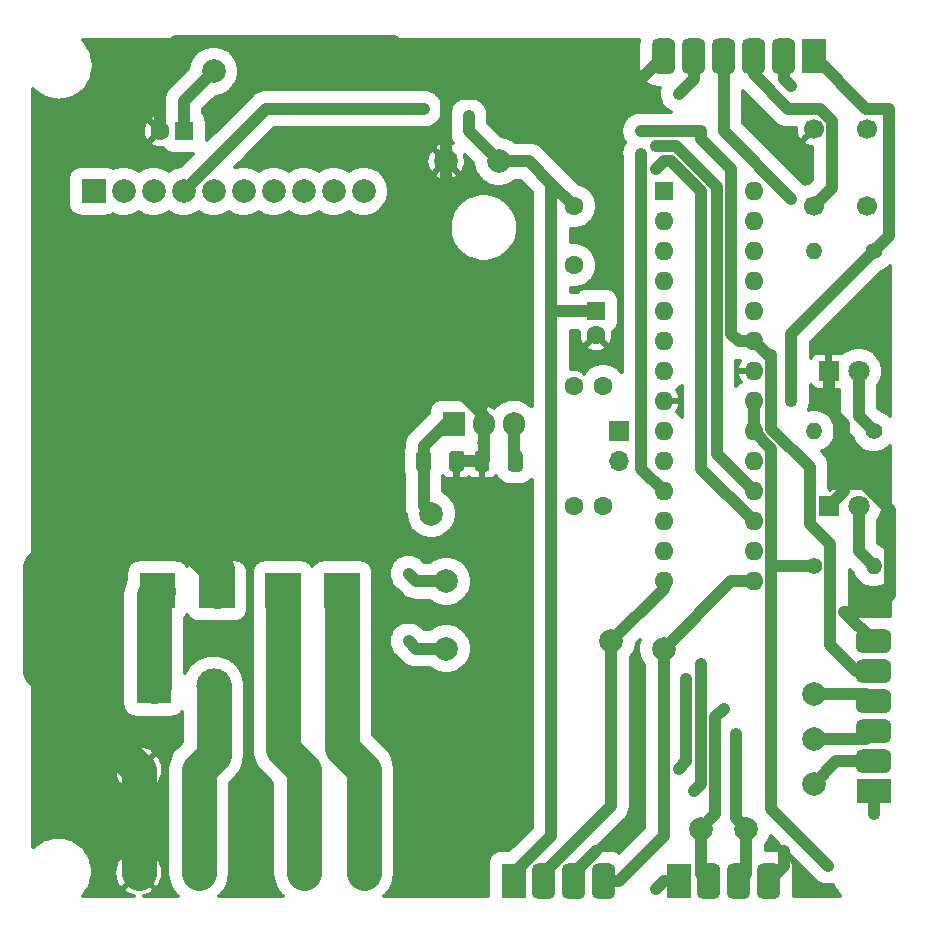
<source format=gbr>
%TF.GenerationSoftware,KiCad,Pcbnew,(5.1.6)-1*%
%TF.CreationDate,2020-09-25T14:13:56-07:00*%
%TF.ProjectId,Main Board,4d61696e-2042-46f6-9172-642e6b696361,rev?*%
%TF.SameCoordinates,Original*%
%TF.FileFunction,Copper,L1,Top*%
%TF.FilePolarity,Positive*%
%FSLAX46Y46*%
G04 Gerber Fmt 4.6, Leading zero omitted, Abs format (unit mm)*
G04 Created by KiCad (PCBNEW (5.1.6)-1) date 2020-09-25 14:13:56*
%MOMM*%
%LPD*%
G01*
G04 APERTURE LIST*
%TA.AperFunction,ComponentPad*%
%ADD10C,1.600000*%
%TD*%
%TA.AperFunction,ComponentPad*%
%ADD11R,1.600000X1.600000*%
%TD*%
%TA.AperFunction,ComponentPad*%
%ADD12C,1.800000*%
%TD*%
%TA.AperFunction,ComponentPad*%
%ADD13R,1.800000X1.800000*%
%TD*%
%TA.AperFunction,ComponentPad*%
%ADD14R,3.000000X3.000000*%
%TD*%
%TA.AperFunction,ComponentPad*%
%ADD15C,3.000000*%
%TD*%
%TA.AperFunction,ComponentPad*%
%ADD16C,2.800000*%
%TD*%
%TA.AperFunction,SMDPad,CuDef*%
%ADD17R,2.000000X3.000000*%
%TD*%
%TA.AperFunction,SMDPad,CuDef*%
%ADD18R,3.000000X2.000000*%
%TD*%
%TA.AperFunction,ComponentPad*%
%ADD19C,0.100000*%
%TD*%
%TA.AperFunction,ComponentPad*%
%ADD20R,2.000000X2.000000*%
%TD*%
%TA.AperFunction,ComponentPad*%
%ADD21C,2.000000*%
%TD*%
%TA.AperFunction,ComponentPad*%
%ADD22C,1.400000*%
%TD*%
%TA.AperFunction,ComponentPad*%
%ADD23O,1.400000X1.400000*%
%TD*%
%TA.AperFunction,ComponentPad*%
%ADD24C,1.700000*%
%TD*%
%TA.AperFunction,SMDPad,CuDef*%
%ADD25C,2.000000*%
%TD*%
%TA.AperFunction,ComponentPad*%
%ADD26R,1.905000X2.000000*%
%TD*%
%TA.AperFunction,ComponentPad*%
%ADD27O,1.905000X2.000000*%
%TD*%
%TA.AperFunction,ComponentPad*%
%ADD28O,1.600000X1.600000*%
%TD*%
%TA.AperFunction,ComponentPad*%
%ADD29R,1.700000X1.700000*%
%TD*%
%TA.AperFunction,ComponentPad*%
%ADD30O,1.700000X1.700000*%
%TD*%
%TA.AperFunction,ViaPad*%
%ADD31C,1.030000*%
%TD*%
%TA.AperFunction,Conductor*%
%ADD32C,1.016000*%
%TD*%
%TA.AperFunction,Conductor*%
%ADD33C,3.000000*%
%TD*%
%TA.AperFunction,Conductor*%
%ADD34C,0.300000*%
%TD*%
G04 APERTURE END LIST*
%TO.P,C1,2*%
%TO.N,GND*%
%TA.AperFunction,SMDPad,CuDef*%
G36*
G01*
X89805000Y-104765000D02*
X89805000Y-103515000D01*
G75*
G02*
X90055000Y-103265000I250000J0D01*
G01*
X90805000Y-103265000D01*
G75*
G02*
X91055000Y-103515000I0J-250000D01*
G01*
X91055000Y-104765000D01*
G75*
G02*
X90805000Y-105015000I-250000J0D01*
G01*
X90055000Y-105015000D01*
G75*
G02*
X89805000Y-104765000I0J250000D01*
G01*
G37*
%TD.AperFunction*%
%TO.P,C1,1*%
%TO.N,+12V*%
%TA.AperFunction,SMDPad,CuDef*%
G36*
G01*
X87005000Y-104765000D02*
X87005000Y-103515000D01*
G75*
G02*
X87255000Y-103265000I250000J0D01*
G01*
X88005000Y-103265000D01*
G75*
G02*
X88255000Y-103515000I0J-250000D01*
G01*
X88255000Y-104765000D01*
G75*
G02*
X88005000Y-105015000I-250000J0D01*
G01*
X87255000Y-105015000D01*
G75*
G02*
X87005000Y-104765000I0J250000D01*
G01*
G37*
%TD.AperFunction*%
%TD*%
%TO.P,C2,1*%
%TO.N,Net-(C2-Pad1)*%
%TA.AperFunction,SMDPad,CuDef*%
G36*
G01*
X96005000Y-103515000D02*
X96005000Y-104765000D01*
G75*
G02*
X95755000Y-105015000I-250000J0D01*
G01*
X95005000Y-105015000D01*
G75*
G02*
X94755000Y-104765000I0J250000D01*
G01*
X94755000Y-103515000D01*
G75*
G02*
X95005000Y-103265000I250000J0D01*
G01*
X95755000Y-103265000D01*
G75*
G02*
X96005000Y-103515000I0J-250000D01*
G01*
G37*
%TD.AperFunction*%
%TO.P,C2,2*%
%TO.N,GND*%
%TA.AperFunction,SMDPad,CuDef*%
G36*
G01*
X93205000Y-103515000D02*
X93205000Y-104765000D01*
G75*
G02*
X92955000Y-105015000I-250000J0D01*
G01*
X92205000Y-105015000D01*
G75*
G02*
X91955000Y-104765000I0J250000D01*
G01*
X91955000Y-103515000D01*
G75*
G02*
X92205000Y-103265000I250000J0D01*
G01*
X92955000Y-103265000D01*
G75*
G02*
X93205000Y-103515000I0J-250000D01*
G01*
G37*
%TD.AperFunction*%
%TD*%
D10*
%TO.P,C3,2*%
%TO.N,Net-(C3-Pad2)*%
X102830000Y-97790000D03*
%TO.P,C3,1*%
%TO.N,GND*%
X100330000Y-97790000D03*
%TD*%
%TO.P,C4,1*%
%TO.N,GND*%
X100330000Y-107950000D03*
%TO.P,C4,2*%
%TO.N,Net-(C4-Pad2)*%
X102830000Y-107950000D03*
%TD*%
%TO.P,C5,2*%
%TO.N,GND*%
X102235000Y-93440000D03*
D11*
%TO.P,C5,1*%
%TO.N,+5V*%
X102235000Y-91440000D03*
%TD*%
%TO.P,C6,1*%
%TO.N,CS*%
X67310000Y-76200000D03*
D10*
%TO.P,C6,2*%
%TO.N,GND*%
X65310000Y-76200000D03*
%TD*%
D12*
%TO.P,D1,2*%
%TO.N,Net-(D1-Pad2)*%
X124460000Y-107950000D03*
D13*
%TO.P,D1,1*%
%TO.N,GND*%
X121920000Y-107950000D03*
%TD*%
%TO.P,D2,1*%
%TO.N,GND*%
X121920000Y-96520000D03*
D12*
%TO.P,D2,2*%
%TO.N,Net-(D2-Pad2)*%
X124460000Y-96520000D03*
%TD*%
D14*
%TO.P,F1,1*%
%TO.N,+12V*%
X64770000Y-123190000D03*
D15*
%TO.P,F1,2*%
%TO.N,Net-(F1-Pad2)*%
X69850000Y-123190000D03*
%TD*%
D10*
%TO.P,F2,1*%
%TO.N,+5V*%
X100330000Y-82550000D03*
%TO.P,F2,2*%
%TO.N,Net-(C2-Pad1)*%
X100330000Y-87550000D03*
%TD*%
D16*
%TO.P,J1,4*%
%TO.N,GND*%
X63500000Y-130270000D03*
%TO.P,J1,3*%
%TO.N,Net-(F1-Pad2)*%
X68580000Y-130270000D03*
%TO.P,J1,2*%
%TO.N,GND*%
X63500000Y-138970000D03*
%TO.P,J1,1*%
%TO.N,Net-(F1-Pad2)*%
X68580000Y-138970000D03*
%TD*%
%TO.P,J2,6*%
%TO.N,GND*%
%TA.AperFunction,SMDPad,CuDef*%
G36*
G01*
X108450000Y-71350000D02*
X107450000Y-71350000D01*
G75*
G02*
X106950000Y-70850000I0J500000D01*
G01*
X106950000Y-68850000D01*
G75*
G02*
X107450000Y-68350000I500000J0D01*
G01*
X108450000Y-68350000D01*
G75*
G02*
X108950000Y-68850000I0J-500000D01*
G01*
X108950000Y-70850000D01*
G75*
G02*
X108450000Y-71350000I-500000J0D01*
G01*
G37*
%TD.AperFunction*%
%TO.P,J2,5*%
%TO.N,MISO*%
%TA.AperFunction,SMDPad,CuDef*%
G36*
G01*
X110990000Y-71350000D02*
X109990000Y-71350000D01*
G75*
G02*
X109490000Y-70850000I0J500000D01*
G01*
X109490000Y-68850000D01*
G75*
G02*
X109990000Y-68350000I500000J0D01*
G01*
X110990000Y-68350000D01*
G75*
G02*
X111490000Y-68850000I0J-500000D01*
G01*
X111490000Y-70850000D01*
G75*
G02*
X110990000Y-71350000I-500000J0D01*
G01*
G37*
%TD.AperFunction*%
%TO.P,J2,4*%
%TO.N,SCK*%
%TA.AperFunction,SMDPad,CuDef*%
G36*
G01*
X113530000Y-71350000D02*
X112530000Y-71350000D01*
G75*
G02*
X112030000Y-70850000I0J500000D01*
G01*
X112030000Y-68850000D01*
G75*
G02*
X112530000Y-68350000I500000J0D01*
G01*
X113530000Y-68350000D01*
G75*
G02*
X114030000Y-68850000I0J-500000D01*
G01*
X114030000Y-70850000D01*
G75*
G02*
X113530000Y-71350000I-500000J0D01*
G01*
G37*
%TD.AperFunction*%
%TO.P,J2,3*%
%TO.N,RST*%
%TA.AperFunction,SMDPad,CuDef*%
G36*
G01*
X116070000Y-71350000D02*
X115070000Y-71350000D01*
G75*
G02*
X114570000Y-70850000I0J500000D01*
G01*
X114570000Y-68850000D01*
G75*
G02*
X115070000Y-68350000I500000J0D01*
G01*
X116070000Y-68350000D01*
G75*
G02*
X116570000Y-68850000I0J-500000D01*
G01*
X116570000Y-70850000D01*
G75*
G02*
X116070000Y-71350000I-500000J0D01*
G01*
G37*
%TD.AperFunction*%
%TO.P,J2,2*%
%TO.N,MOSI*%
%TA.AperFunction,SMDPad,CuDef*%
G36*
G01*
X118610000Y-71350000D02*
X117610000Y-71350000D01*
G75*
G02*
X117110000Y-70850000I0J500000D01*
G01*
X117110000Y-68850000D01*
G75*
G02*
X117610000Y-68350000I500000J0D01*
G01*
X118610000Y-68350000D01*
G75*
G02*
X119110000Y-68850000I0J-500000D01*
G01*
X119110000Y-70850000D01*
G75*
G02*
X118610000Y-71350000I-500000J0D01*
G01*
G37*
%TD.AperFunction*%
D17*
%TO.P,J2,1*%
%TO.N,+5V*%
X120650000Y-69850000D03*
%TD*%
%TO.P,J3,4*%
%TO.N,GND*%
%TA.AperFunction,SMDPad,CuDef*%
G36*
G01*
X116340000Y-138200000D02*
X117340000Y-138200000D01*
G75*
G02*
X117840000Y-138700000I0J-500000D01*
G01*
X117840000Y-140700000D01*
G75*
G02*
X117340000Y-141200000I-500000J0D01*
G01*
X116340000Y-141200000D01*
G75*
G02*
X115840000Y-140700000I0J500000D01*
G01*
X115840000Y-138700000D01*
G75*
G02*
X116340000Y-138200000I500000J0D01*
G01*
G37*
%TD.AperFunction*%
%TO.P,J3,3*%
%TO.N,SDA*%
%TA.AperFunction,SMDPad,CuDef*%
G36*
G01*
X113800000Y-138200000D02*
X114800000Y-138200000D01*
G75*
G02*
X115300000Y-138700000I0J-500000D01*
G01*
X115300000Y-140700000D01*
G75*
G02*
X114800000Y-141200000I-500000J0D01*
G01*
X113800000Y-141200000D01*
G75*
G02*
X113300000Y-140700000I0J500000D01*
G01*
X113300000Y-138700000D01*
G75*
G02*
X113800000Y-138200000I500000J0D01*
G01*
G37*
%TD.AperFunction*%
%TO.P,J3,2*%
%TO.N,SCL*%
%TA.AperFunction,SMDPad,CuDef*%
G36*
G01*
X111260000Y-138200000D02*
X112260000Y-138200000D01*
G75*
G02*
X112760000Y-138700000I0J-500000D01*
G01*
X112760000Y-140700000D01*
G75*
G02*
X112260000Y-141200000I-500000J0D01*
G01*
X111260000Y-141200000D01*
G75*
G02*
X110760000Y-140700000I0J500000D01*
G01*
X110760000Y-138700000D01*
G75*
G02*
X111260000Y-138200000I500000J0D01*
G01*
G37*
%TD.AperFunction*%
%TO.P,J3,1*%
%TO.N,+5V*%
X109220000Y-139700000D03*
%TD*%
%TO.P,J4,1*%
%TO.N,+5V*%
X95250000Y-139700000D03*
%TO.P,J4,2*%
%TO.N,QA*%
%TA.AperFunction,SMDPad,CuDef*%
G36*
G01*
X97290000Y-138200000D02*
X98290000Y-138200000D01*
G75*
G02*
X98790000Y-138700000I0J-500000D01*
G01*
X98790000Y-140700000D01*
G75*
G02*
X98290000Y-141200000I-500000J0D01*
G01*
X97290000Y-141200000D01*
G75*
G02*
X96790000Y-140700000I0J500000D01*
G01*
X96790000Y-138700000D01*
G75*
G02*
X97290000Y-138200000I500000J0D01*
G01*
G37*
%TD.AperFunction*%
%TO.P,J4,3*%
%TO.N,GND*%
%TA.AperFunction,SMDPad,CuDef*%
G36*
G01*
X99830000Y-138200000D02*
X100830000Y-138200000D01*
G75*
G02*
X101330000Y-138700000I0J-500000D01*
G01*
X101330000Y-140700000D01*
G75*
G02*
X100830000Y-141200000I-500000J0D01*
G01*
X99830000Y-141200000D01*
G75*
G02*
X99330000Y-140700000I0J500000D01*
G01*
X99330000Y-138700000D01*
G75*
G02*
X99830000Y-138200000I500000J0D01*
G01*
G37*
%TD.AperFunction*%
%TO.P,J4,4*%
%TO.N,QB*%
%TA.AperFunction,SMDPad,CuDef*%
G36*
G01*
X102370000Y-138200000D02*
X103370000Y-138200000D01*
G75*
G02*
X103870000Y-138700000I0J-500000D01*
G01*
X103870000Y-140700000D01*
G75*
G02*
X103370000Y-141200000I-500000J0D01*
G01*
X102370000Y-141200000D01*
G75*
G02*
X101870000Y-140700000I0J500000D01*
G01*
X101870000Y-138700000D01*
G75*
G02*
X102370000Y-138200000I500000J0D01*
G01*
G37*
%TD.AperFunction*%
%TD*%
D18*
%TO.P,J6,1*%
%TO.N,+5V*%
X125730000Y-132080000D03*
%TO.P,J6,2*%
%TO.N,MOTORA*%
%TA.AperFunction,SMDPad,CuDef*%
G36*
G01*
X124230000Y-130040000D02*
X124230000Y-129040000D01*
G75*
G02*
X124730000Y-128540000I500000J0D01*
G01*
X126730000Y-128540000D01*
G75*
G02*
X127230000Y-129040000I0J-500000D01*
G01*
X127230000Y-130040000D01*
G75*
G02*
X126730000Y-130540000I-500000J0D01*
G01*
X124730000Y-130540000D01*
G75*
G02*
X124230000Y-130040000I0J500000D01*
G01*
G37*
%TD.AperFunction*%
%TO.P,J6,3*%
%TO.N,MOTORB*%
%TA.AperFunction,SMDPad,CuDef*%
G36*
G01*
X124230000Y-127500000D02*
X124230000Y-126500000D01*
G75*
G02*
X124730000Y-126000000I500000J0D01*
G01*
X126730000Y-126000000D01*
G75*
G02*
X127230000Y-126500000I0J-500000D01*
G01*
X127230000Y-127500000D01*
G75*
G02*
X126730000Y-128000000I-500000J0D01*
G01*
X124730000Y-128000000D01*
G75*
G02*
X124230000Y-127500000I0J500000D01*
G01*
G37*
%TD.AperFunction*%
%TO.P,J6,4*%
%TO.N,MOTORPWM*%
%TA.AperFunction,SMDPad,CuDef*%
G36*
G01*
X124230000Y-124960000D02*
X124230000Y-123960000D01*
G75*
G02*
X124730000Y-123460000I500000J0D01*
G01*
X126730000Y-123460000D01*
G75*
G02*
X127230000Y-123960000I0J-500000D01*
G01*
X127230000Y-124960000D01*
G75*
G02*
X126730000Y-125460000I-500000J0D01*
G01*
X124730000Y-125460000D01*
G75*
G02*
X124230000Y-124960000I0J500000D01*
G01*
G37*
%TD.AperFunction*%
%TO.P,J6,5*%
%TO.N,CS*%
%TA.AperFunction,SMDPad,CuDef*%
G36*
G01*
X124230000Y-122420000D02*
X124230000Y-121420000D01*
G75*
G02*
X124730000Y-120920000I500000J0D01*
G01*
X126730000Y-120920000D01*
G75*
G02*
X127230000Y-121420000I0J-500000D01*
G01*
X127230000Y-122420000D01*
G75*
G02*
X126730000Y-122920000I-500000J0D01*
G01*
X124730000Y-122920000D01*
G75*
G02*
X124230000Y-122420000I0J500000D01*
G01*
G37*
%TD.AperFunction*%
%TO.P,J6,6*%
%TO.N,GND*%
%TA.AperFunction,SMDPad,CuDef*%
G36*
G01*
X124230000Y-119880000D02*
X124230000Y-118880000D01*
G75*
G02*
X124730000Y-118380000I500000J0D01*
G01*
X126730000Y-118380000D01*
G75*
G02*
X127230000Y-118880000I0J-500000D01*
G01*
X127230000Y-119880000D01*
G75*
G02*
X126730000Y-120380000I-500000J0D01*
G01*
X124730000Y-120380000D01*
G75*
G02*
X124230000Y-119880000I0J500000D01*
G01*
G37*
%TD.AperFunction*%
%TD*%
%TA.AperFunction,ComponentPad*%
D19*
%TO.P,J7,14*%
%TO.N,+12V*%
G36*
X63620000Y-116610000D02*
G01*
X63620000Y-113610000D01*
X66620000Y-113610000D01*
X66620000Y-116610000D01*
X63620000Y-116610000D01*
G37*
%TD.AperFunction*%
%TA.AperFunction,ComponentPad*%
%TO.P,J7,13*%
%TO.N,GND*%
G36*
X68620000Y-116610000D02*
G01*
X68620000Y-113610000D01*
X71620000Y-113610000D01*
X71620000Y-116610000D01*
X68620000Y-116610000D01*
G37*
%TD.AperFunction*%
%TA.AperFunction,ComponentPad*%
%TO.P,J7,12*%
%TO.N,Net-(J7-Pad12)*%
G36*
X74220000Y-116610000D02*
G01*
X74220000Y-113610000D01*
X77220000Y-113610000D01*
X77220000Y-116610000D01*
X74220000Y-116610000D01*
G37*
%TD.AperFunction*%
%TA.AperFunction,ComponentPad*%
%TO.P,J7,11*%
%TO.N,Net-(J7-Pad11)*%
G36*
X79220000Y-116610000D02*
G01*
X79220000Y-113610000D01*
X82220000Y-113610000D01*
X82220000Y-116610000D01*
X79220000Y-116610000D01*
G37*
%TD.AperFunction*%
D20*
%TO.P,J7,1*%
%TO.N,Net-(J7-Pad1)*%
X59690000Y-81280000D03*
D21*
%TO.P,J7,2*%
%TO.N,Net-(J7-Pad2)*%
X62230000Y-81280000D03*
%TO.P,J7,3*%
%TO.N,GND*%
X64770000Y-81280000D03*
%TO.P,J7,4*%
%TO.N,+5V*%
X67310000Y-81280000D03*
%TO.P,J7,5*%
%TO.N,MOTORB*%
X69850000Y-81280000D03*
%TO.P,J7,6*%
%TO.N,Net-(J7-Pad6)*%
X72390000Y-81280000D03*
%TO.P,J7,7*%
%TO.N,CS*%
X74930000Y-81280000D03*
%TO.P,J7,8*%
%TO.N,MOTORPWM*%
X77470000Y-81280000D03*
%TO.P,J7,9*%
%TO.N,Net-(J7-Pad9)*%
X80010000Y-81280000D03*
%TO.P,J7,10*%
%TO.N,MOTORA*%
X82550000Y-81280000D03*
%TD*%
D16*
%TO.P,J8,1*%
%TO.N,Net-(J7-Pad11)*%
X82550000Y-138970000D03*
%TO.P,J8,2*%
%TO.N,Net-(J7-Pad12)*%
X77470000Y-138970000D03*
%TO.P,J8,3*%
%TO.N,Net-(J7-Pad11)*%
X82550000Y-130270000D03*
%TO.P,J8,4*%
%TO.N,Net-(J7-Pad12)*%
X77470000Y-130270000D03*
%TD*%
D22*
%TO.P,R1,1*%
%TO.N,+5V*%
X125730000Y-86360000D03*
D23*
%TO.P,R1,2*%
%TO.N,RST*%
X120650000Y-86360000D03*
%TD*%
%TO.P,R2,2*%
%TO.N,Net-(D1-Pad2)*%
X125730000Y-113030000D03*
D22*
%TO.P,R2,1*%
%TO.N,+5V*%
X120650000Y-113030000D03*
%TD*%
%TO.P,R3,1*%
%TO.N,Net-(D2-Pad2)*%
X125730000Y-101600000D03*
D23*
%TO.P,R3,2*%
%TO.N,SCK*%
X120650000Y-101600000D03*
%TD*%
D24*
%TO.P,SW1,4*%
%TO.N,N/C*%
X125150000Y-76050000D03*
%TO.P,SW1,3*%
X125150000Y-82550000D03*
%TO.P,SW1,2*%
%TO.N,GND*%
X120650000Y-76050000D03*
%TO.P,SW1,1*%
%TO.N,RST*%
X120650000Y-82550000D03*
%TD*%
D25*
%TO.P,TP1,1*%
%TO.N,QA*%
X103505000Y-119380000D03*
%TD*%
%TO.P,TP2,1*%
%TO.N,QB*%
X107950000Y-120015000D03*
%TD*%
%TO.P,TP3,1*%
%TO.N,SCL*%
X111125000Y-135255000D03*
%TD*%
%TO.P,TP4,1*%
%TO.N,SDA*%
X114935000Y-135255000D03*
%TD*%
%TO.P,TP5,1*%
%TO.N,GND*%
X89535000Y-78740000D03*
%TD*%
%TO.P,TP6,1*%
%TO.N,MOTORA*%
X120650000Y-131445000D03*
%TD*%
%TO.P,TP7,1*%
%TO.N,MOTORB*%
X120650000Y-127635000D03*
%TD*%
%TO.P,TP8,1*%
%TO.N,MOTORPWM*%
X120650000Y-123825000D03*
%TD*%
%TO.P,TP9,1*%
%TO.N,CS*%
X69850000Y-71120000D03*
%TD*%
%TO.P,TP10,1*%
%TO.N,+5V*%
X93980000Y-78740000D03*
%TD*%
%TO.P,TP11,1*%
%TO.N,+12V*%
X88265000Y-108585000D03*
%TD*%
%TO.P,TP12,1*%
%TO.N,Net-(J7-Pad11)*%
X89535000Y-120015000D03*
%TD*%
%TO.P,TP13,1*%
%TO.N,Net-(J7-Pad12)*%
X89535000Y-114300000D03*
%TD*%
D26*
%TO.P,U1,1*%
%TO.N,+12V*%
X90170000Y-101015001D03*
D27*
%TO.P,U1,2*%
%TO.N,GND*%
X92710000Y-101015001D03*
%TO.P,U1,3*%
%TO.N,Net-(C2-Pad1)*%
X95250000Y-101015001D03*
%TD*%
D11*
%TO.P,U2,1*%
%TO.N,RST*%
X107950000Y-81280000D03*
D28*
%TO.P,U2,15*%
%TO.N,QB*%
X115570000Y-114300000D03*
%TO.P,U2,2*%
%TO.N,Net-(U2-Pad2)*%
X107950000Y-83820000D03*
%TO.P,U2,16*%
%TO.N,Net-(U2-Pad16)*%
X115570000Y-111760000D03*
%TO.P,U2,3*%
%TO.N,Net-(U2-Pad3)*%
X107950000Y-86360000D03*
%TO.P,U2,17*%
%TO.N,MOSI*%
X115570000Y-109220000D03*
%TO.P,U2,4*%
%TO.N,Net-(U2-Pad4)*%
X107950000Y-88900000D03*
%TO.P,U2,18*%
%TO.N,MISO*%
X115570000Y-106680000D03*
%TO.P,U2,5*%
%TO.N,MOTORA*%
X107950000Y-91440000D03*
%TO.P,U2,19*%
%TO.N,SCK*%
X115570000Y-104140000D03*
%TO.P,U2,6*%
%TO.N,MOTORB*%
X107950000Y-93980000D03*
%TO.P,U2,20*%
%TO.N,+5V*%
X115570000Y-101600000D03*
%TO.P,U2,7*%
X107950000Y-96520000D03*
%TO.P,U2,21*%
X115570000Y-99060000D03*
%TO.P,U2,8*%
%TO.N,GND*%
X107950000Y-99060000D03*
%TO.P,U2,22*%
X115570000Y-96520000D03*
%TO.P,U2,9*%
%TO.N,Net-(C3-Pad2)*%
X107950000Y-101600000D03*
%TO.P,U2,23*%
%TO.N,CS*%
X115570000Y-93980000D03*
%TO.P,U2,10*%
%TO.N,Net-(C4-Pad2)*%
X107950000Y-104140000D03*
%TO.P,U2,24*%
%TO.N,Net-(U2-Pad24)*%
X115570000Y-91440000D03*
%TO.P,U2,11*%
%TO.N,MOTORPWM*%
X107950000Y-106680000D03*
%TO.P,U2,25*%
%TO.N,Net-(U2-Pad25)*%
X115570000Y-88900000D03*
%TO.P,U2,12*%
%TO.N,Net-(U2-Pad12)*%
X107950000Y-109220000D03*
%TO.P,U2,26*%
%TO.N,Net-(U2-Pad26)*%
X115570000Y-86360000D03*
%TO.P,U2,13*%
%TO.N,Net-(U2-Pad13)*%
X107950000Y-111760000D03*
%TO.P,U2,27*%
%TO.N,SDA*%
X115570000Y-83820000D03*
%TO.P,U2,14*%
%TO.N,QA*%
X107950000Y-114300000D03*
%TO.P,U2,28*%
%TO.N,SCL*%
X115570000Y-81280000D03*
%TD*%
D29*
%TO.P,Y1,1*%
%TO.N,Net-(C3-Pad2)*%
X104140000Y-101600000D03*
D30*
%TO.P,Y1,2*%
%TO.N,Net-(C4-Pad2)*%
X104140000Y-104140000D03*
%TD*%
D31*
%TO.N,GND*%
X118110000Y-137160000D03*
X102201614Y-137160000D03*
X104775000Y-73025000D03*
X124406010Y-116893990D03*
%TO.N,+5V*%
X87630000Y-74295000D03*
X91440000Y-74930000D03*
X98425000Y-135856614D03*
X125730000Y-133985000D03*
X107315000Y-140335000D03*
X121885343Y-138395343D03*
X118745000Y-99060000D03*
%TO.N,MOSI*%
X118745000Y-72390000D03*
X107950000Y-78740000D03*
%TO.N,SCK*%
X118745000Y-81915000D03*
%TO.N,MISO*%
X107315000Y-77470000D03*
X109220000Y-73025000D03*
%TO.N,SCL*%
X113030000Y-125095000D03*
%TO.N,SDA*%
X114061999Y-127238001D03*
%TO.N,MOTORA*%
X111125000Y-121285000D03*
X120650000Y-131445000D03*
X110490000Y-132080000D03*
%TO.N,MOTORPWM*%
X106045000Y-78105000D03*
X120650000Y-123825000D03*
%TO.N,CS*%
X106045000Y-76200000D03*
%TO.N,MOTORB*%
X109855000Y-122555000D03*
X120650000Y-127635000D03*
X109220000Y-130175000D03*
%TO.N,Net-(J7-Pad12)*%
X86360000Y-113665000D03*
%TO.N,Net-(J7-Pad11)*%
X86360000Y-119380000D03*
%TD*%
D32*
%TO.N,GND*%
X92710000Y-104010000D02*
X92580000Y-104140000D01*
X92710000Y-101015001D02*
X92710000Y-104010000D01*
X90430000Y-104140000D02*
X92580000Y-104140000D01*
X121920000Y-96520000D02*
X121920000Y-99695000D01*
X121920000Y-99695000D02*
X123190000Y-100965000D01*
X123190000Y-106680000D02*
X121920000Y-107950000D01*
X92710000Y-100328099D02*
X92710000Y-101015001D01*
X89535000Y-97153099D02*
X92710000Y-100328099D01*
X89535000Y-78740000D02*
X89535000Y-97153099D01*
X123243990Y-116893990D02*
X123243990Y-116893990D01*
X125730000Y-119380000D02*
X123243990Y-116893990D01*
X66675000Y-68580000D02*
X65310000Y-69945000D01*
X85090000Y-68580000D02*
X66675000Y-68580000D01*
X89535000Y-78740000D02*
X89535000Y-73025000D01*
X65310000Y-69945000D02*
X65310000Y-76200000D01*
X89535000Y-73025000D02*
X85090000Y-68580000D01*
X104775000Y-73025000D02*
X107950000Y-69850000D01*
X89535000Y-73025000D02*
X104775000Y-73025000D01*
X116840000Y-139700000D02*
X118110000Y-138430000D01*
X118110000Y-138430000D02*
X118110000Y-137160000D01*
X118110000Y-137160000D02*
X118110000Y-137160000D01*
X100330000Y-139031614D02*
X102201614Y-137160000D01*
X100330000Y-139700000D02*
X100330000Y-139031614D01*
X102201614Y-137160000D02*
X102201614Y-137160000D01*
X127138001Y-108248159D02*
X127138001Y-115431999D01*
X124934842Y-106045000D02*
X127138001Y-108248159D01*
X123190000Y-106045000D02*
X124934842Y-106045000D01*
X123190000Y-106045000D02*
X123190000Y-106680000D01*
X123190000Y-100965000D02*
X123190000Y-106045000D01*
X125676010Y-116893990D02*
X123243990Y-116893990D01*
X127138001Y-115431999D02*
X125676010Y-116893990D01*
D33*
X70120000Y-115110000D02*
X70120000Y-113300000D01*
X70120000Y-113300000D02*
X67310000Y-110490000D01*
X57785000Y-110490000D02*
X55140010Y-113134990D01*
X67310000Y-110490000D02*
X57785000Y-110490000D01*
X55140010Y-121910010D02*
X63500000Y-130270000D01*
X55140010Y-113134990D02*
X55140010Y-121910010D01*
X63500000Y-130270000D02*
X63500000Y-138970000D01*
D32*
%TO.N,+12V*%
X90170000Y-101015001D02*
X89484999Y-101015001D01*
X87630000Y-102870000D02*
X87630000Y-104140000D01*
X89484999Y-101015001D02*
X87630000Y-102870000D01*
X87630000Y-107950000D02*
X88265000Y-108585000D01*
X87630000Y-104140000D02*
X87630000Y-107950000D01*
D33*
X64770000Y-115460000D02*
X65120000Y-115110000D01*
X64770000Y-123190000D02*
X64770000Y-115460000D01*
D32*
%TO.N,Net-(C2-Pad1)*%
X95250000Y-104010000D02*
X95380000Y-104140000D01*
X95250000Y-101015001D02*
X95250000Y-104010000D01*
%TO.N,+5V*%
X93980000Y-78740000D02*
X96520000Y-78740000D01*
X96520000Y-78740000D02*
X98425000Y-80645000D01*
X98425000Y-135856614D02*
X95250000Y-139031614D01*
X95250000Y-139031614D02*
X95250000Y-139700000D01*
X98425000Y-111125000D02*
X98425000Y-135856614D01*
X120650000Y-69850000D02*
X125095000Y-74295000D01*
X125095000Y-74295000D02*
X127000000Y-74295000D01*
X127000000Y-85090000D02*
X125730000Y-86360000D01*
X127000000Y-74295000D02*
X127000000Y-85090000D01*
X93980000Y-78740000D02*
X91440000Y-76200000D01*
X91440000Y-76200000D02*
X91440000Y-74930000D01*
X67310000Y-81280000D02*
X74295000Y-74295000D01*
X74295000Y-74295000D02*
X87630000Y-74295000D01*
X87630000Y-74295000D02*
X87630000Y-74295000D01*
X91440000Y-74930000D02*
X91440000Y-74930000D01*
X98425000Y-135856614D02*
X98425000Y-135856614D01*
X125730000Y-132080000D02*
X125730000Y-133985000D01*
X125730000Y-133985000D02*
X125730000Y-133985000D01*
X107950000Y-139700000D02*
X107315000Y-140335000D01*
X109220000Y-139700000D02*
X107950000Y-139700000D01*
X115570000Y-99060000D02*
X115570000Y-101600000D01*
X121885343Y-138395343D02*
X118941999Y-135451999D01*
X115570000Y-101600000D02*
X117078001Y-103108001D01*
X117078001Y-133588001D02*
X118941999Y-135451999D01*
X117475000Y-113030000D02*
X117078001Y-112633001D01*
X120650000Y-113030000D02*
X117475000Y-113030000D01*
X117078001Y-103108001D02*
X117078001Y-112633001D01*
X117078001Y-112633001D02*
X117078001Y-133588001D01*
X98425000Y-91440000D02*
X98425000Y-111125000D01*
X98425000Y-91440000D02*
X102235000Y-91440000D01*
X98425000Y-80645000D02*
X98425000Y-91440000D01*
X118745000Y-93345000D02*
X118745000Y-99060000D01*
X125730000Y-86360000D02*
X118745000Y-93345000D01*
X98425000Y-80645000D02*
X100330000Y-82550000D01*
%TO.N,Net-(D1-Pad2)*%
X124460000Y-111760000D02*
X125730000Y-113030000D01*
X124460000Y-107950000D02*
X124460000Y-111760000D01*
%TO.N,Net-(D2-Pad2)*%
X124460000Y-100330000D02*
X125730000Y-101600000D01*
X124460000Y-96520000D02*
X124460000Y-100330000D01*
D33*
%TO.N,Net-(F1-Pad2)*%
X69850000Y-129000000D02*
X68580000Y-130270000D01*
X69850000Y-123190000D02*
X69850000Y-129000000D01*
X68580000Y-130270000D02*
X68580000Y-138970000D01*
D32*
%TO.N,MOSI*%
X115570000Y-109220000D02*
X111125000Y-104775000D01*
X111125000Y-104775000D02*
X111125000Y-81280000D01*
X111125000Y-81280000D02*
X108585000Y-78740000D01*
X108585000Y-78740000D02*
X108585000Y-78740000D01*
X118110000Y-69850000D02*
X118110000Y-71755000D01*
X118110000Y-71755000D02*
X118745000Y-72390000D01*
X118745000Y-72390000D02*
X118745000Y-72390000D01*
X108585000Y-78740000D02*
X107950000Y-78740000D01*
X107950000Y-78740000D02*
X107315000Y-79375000D01*
%TO.N,RST*%
X115570000Y-71350000D02*
X118515000Y-74295000D01*
X115570000Y-69850000D02*
X115570000Y-71350000D01*
X122208001Y-80991999D02*
X120650000Y-82550000D01*
X122208001Y-75302159D02*
X122208001Y-80991999D01*
X121200842Y-74295000D02*
X122208001Y-75302159D01*
X118515000Y-74295000D02*
X121200842Y-74295000D01*
%TO.N,SCK*%
X113030000Y-69850000D02*
X113030000Y-76200000D01*
X113030000Y-76200000D02*
X118745000Y-81915000D01*
X118745000Y-81915000D02*
X118745000Y-81915000D01*
%TO.N,MISO*%
X115570000Y-106680000D02*
X112448990Y-103558990D01*
X112448990Y-103558990D02*
X112448990Y-93848687D01*
X112448990Y-93848687D02*
X112448990Y-81280000D01*
X112448990Y-80884294D02*
X109034696Y-77470000D01*
X112448990Y-81280000D02*
X112448990Y-80884294D01*
X109034696Y-77470000D02*
X107315000Y-77470000D01*
X107315000Y-77470000D02*
X107315000Y-77470000D01*
X110490000Y-69850000D02*
X110490000Y-71755000D01*
X110490000Y-71755000D02*
X109220000Y-73025000D01*
X109220000Y-73025000D02*
X109220000Y-73025000D01*
%TO.N,SCL*%
X112341010Y-134038990D02*
X111125000Y-135255000D01*
X112341010Y-127581010D02*
X112341010Y-134038990D01*
X111125000Y-139065000D02*
X111760000Y-139700000D01*
X111125000Y-135255000D02*
X111125000Y-139065000D01*
X112341010Y-127581010D02*
X112341010Y-125783990D01*
X112341010Y-125783990D02*
X113030000Y-125095000D01*
%TO.N,SDA*%
X114061999Y-134381999D02*
X114935000Y-135255000D01*
X114061999Y-127238001D02*
X114061999Y-134381999D01*
X114935000Y-139065000D02*
X114300000Y-139700000D01*
X114935000Y-135255000D02*
X114935000Y-139065000D01*
%TO.N,QB*%
X102870000Y-139700000D02*
X104140000Y-139700000D01*
X107950000Y-135890000D02*
X107950000Y-120015000D01*
X104140000Y-139700000D02*
X107950000Y-135890000D01*
X113665000Y-114300000D02*
X107950000Y-120015000D01*
X115570000Y-114300000D02*
X113665000Y-114300000D01*
%TO.N,QA*%
X107950000Y-114935000D02*
X103505000Y-119380000D01*
X107950000Y-114300000D02*
X107950000Y-114935000D01*
X97790000Y-139031614D02*
X97790000Y-139700000D01*
X103505000Y-119380000D02*
X103505000Y-133316614D01*
X103505000Y-133316614D02*
X97790000Y-139031614D01*
%TO.N,MOTORA*%
X122555000Y-129540000D02*
X125730000Y-129540000D01*
X120650000Y-131445000D02*
X120650000Y-131445000D01*
X120650000Y-131445000D02*
X122555000Y-129540000D01*
X111125000Y-131445000D02*
X111125000Y-121920000D01*
X111125000Y-121920000D02*
X111125000Y-121285000D01*
X111125000Y-131445000D02*
X110490000Y-132080000D01*
X110490000Y-132080000D02*
X110490000Y-132080000D01*
%TO.N,MOTORPWM*%
X125095000Y-123825000D02*
X125730000Y-124460000D01*
X120650000Y-123825000D02*
X120650000Y-123825000D01*
X106045000Y-104775000D02*
X107950000Y-106680000D01*
X106045000Y-78105000D02*
X106045000Y-104775000D01*
X120650000Y-123825000D02*
X125095000Y-123825000D01*
%TO.N,CS*%
X67310000Y-73660000D02*
X69850000Y-71120000D01*
X67310000Y-76200000D02*
X67310000Y-73660000D01*
X106045000Y-76200000D02*
X111125000Y-76200000D01*
X111125000Y-76200000D02*
X111125000Y-76835000D01*
X111125000Y-76835000D02*
X113665000Y-79375000D01*
X114300000Y-93980000D02*
X115570000Y-93980000D01*
X113665000Y-93345000D02*
X114300000Y-93980000D01*
X113665000Y-79375000D02*
X113665000Y-93345000D01*
X124230000Y-121920000D02*
X125730000Y-121920000D01*
X117078001Y-95179843D02*
X117078001Y-101388305D01*
X122027982Y-116390302D02*
X122027982Y-119717982D01*
X117078001Y-101388305D02*
X120311999Y-104622303D01*
X120311999Y-109416401D02*
X122058001Y-111162403D01*
X120311999Y-104622303D02*
X120311999Y-109416401D01*
X122058001Y-111162403D02*
X122058001Y-116360282D01*
X122027982Y-119717982D02*
X124230000Y-121920000D01*
X122058001Y-116360282D02*
X122027982Y-116390302D01*
X116769843Y-95179843D02*
X117078001Y-95179843D01*
X115570000Y-93980000D02*
X116769843Y-95179843D01*
%TO.N,MOTORB*%
X125095000Y-127635000D02*
X125730000Y-127000000D01*
X120650000Y-127635000D02*
X120650000Y-127635000D01*
X120650000Y-127635000D02*
X125095000Y-127635000D01*
X109855000Y-129540000D02*
X109220000Y-130175000D01*
X109855000Y-122555000D02*
X109855000Y-129540000D01*
%TO.N,Net-(J7-Pad12)*%
X89535000Y-114300000D02*
X86995000Y-114300000D01*
X86995000Y-114300000D02*
X86360000Y-113665000D01*
X86360000Y-113665000D02*
X86360000Y-113665000D01*
D33*
X77470000Y-130270000D02*
X77470000Y-138970000D01*
X75720000Y-128520000D02*
X77470000Y-130270000D01*
X75720000Y-115110000D02*
X75720000Y-128520000D01*
D32*
%TO.N,Net-(J7-Pad11)*%
X89535000Y-120015000D02*
X86995000Y-120015000D01*
X86995000Y-120015000D02*
X86360000Y-119380000D01*
X86360000Y-119380000D02*
X86360000Y-119380000D01*
X86360000Y-119380000D02*
X86360000Y-119380000D01*
D33*
X80720000Y-128440000D02*
X82550000Y-130270000D01*
X80720000Y-115110000D02*
X80720000Y-128440000D01*
X82550000Y-130270000D02*
X82550000Y-138970000D01*
%TD*%
D34*
%TO.N,GND*%
G36*
X105826247Y-68527015D02*
G01*
X105794436Y-68850000D01*
X105794436Y-70850000D01*
X105826247Y-71172985D01*
X105920458Y-71483557D01*
X106073449Y-71769782D01*
X106279339Y-72020661D01*
X106530218Y-72226551D01*
X106816443Y-72379542D01*
X107127015Y-72473753D01*
X107450000Y-72505564D01*
X107632974Y-72505564D01*
X107618985Y-72539337D01*
X107589017Y-72689996D01*
X107585990Y-72699975D01*
X107584968Y-72710353D01*
X107555000Y-72861012D01*
X107555000Y-73014623D01*
X107553978Y-73025000D01*
X107555000Y-73035377D01*
X107555000Y-73188988D01*
X107584968Y-73339647D01*
X107585990Y-73350025D01*
X107589017Y-73360004D01*
X107618985Y-73510663D01*
X107677769Y-73652579D01*
X107680796Y-73662559D01*
X107685712Y-73671757D01*
X107744496Y-73813673D01*
X107829836Y-73941394D01*
X107834753Y-73950592D01*
X107841370Y-73958654D01*
X107926710Y-74086375D01*
X108035332Y-74194997D01*
X108041945Y-74203055D01*
X108050003Y-74209668D01*
X108158625Y-74318290D01*
X108286346Y-74403630D01*
X108294408Y-74410247D01*
X108303606Y-74415164D01*
X108431327Y-74500504D01*
X108531507Y-74542000D01*
X106244179Y-74542000D01*
X106208988Y-74535000D01*
X105881012Y-74535000D01*
X105730353Y-74564968D01*
X105719975Y-74565990D01*
X105709996Y-74569017D01*
X105559337Y-74598985D01*
X105417421Y-74657769D01*
X105407441Y-74660796D01*
X105398243Y-74665712D01*
X105256327Y-74724496D01*
X105128606Y-74809836D01*
X105119408Y-74814753D01*
X105111346Y-74821370D01*
X104983625Y-74906710D01*
X104875003Y-75015332D01*
X104866945Y-75021945D01*
X104860332Y-75030003D01*
X104751710Y-75138625D01*
X104666370Y-75266346D01*
X104659753Y-75274408D01*
X104654836Y-75283606D01*
X104569496Y-75411327D01*
X104510712Y-75553243D01*
X104505796Y-75562441D01*
X104502769Y-75572421D01*
X104443985Y-75714337D01*
X104414017Y-75864996D01*
X104410990Y-75874975D01*
X104409968Y-75885353D01*
X104380000Y-76036012D01*
X104380000Y-76189623D01*
X104378978Y-76200000D01*
X104380000Y-76210377D01*
X104380000Y-76363988D01*
X104409968Y-76514647D01*
X104410990Y-76525025D01*
X104414017Y-76535004D01*
X104443985Y-76685663D01*
X104502769Y-76827579D01*
X104505796Y-76837559D01*
X104510712Y-76846757D01*
X104569496Y-76988673D01*
X104654836Y-77116394D01*
X104659753Y-77125592D01*
X104666370Y-77133654D01*
X104678962Y-77152500D01*
X104666366Y-77171351D01*
X104659753Y-77179409D01*
X104654839Y-77188602D01*
X104569496Y-77316327D01*
X104510710Y-77458248D01*
X104505796Y-77467442D01*
X104502770Y-77477418D01*
X104443985Y-77619337D01*
X104414017Y-77769999D01*
X104410990Y-77779976D01*
X104409968Y-77790352D01*
X104380000Y-77941012D01*
X104380000Y-78268988D01*
X104387000Y-78304180D01*
X104387001Y-96610310D01*
X104344664Y-96546948D01*
X104073052Y-96275336D01*
X103753671Y-96061933D01*
X103398794Y-95914938D01*
X103022058Y-95840000D01*
X102637942Y-95840000D01*
X102261206Y-95914938D01*
X101906329Y-96061933D01*
X101586948Y-96275336D01*
X101315336Y-96546948D01*
X101165453Y-96771264D01*
X101104827Y-96546606D01*
X100847365Y-96419336D01*
X100570020Y-96344740D01*
X100283453Y-96325685D01*
X100083000Y-96351882D01*
X100083000Y-94430225D01*
X101391853Y-94430225D01*
X101460173Y-94683394D01*
X101717635Y-94810664D01*
X101994980Y-94885260D01*
X102281547Y-94904315D01*
X102566327Y-94867098D01*
X102838374Y-94775038D01*
X103009827Y-94683394D01*
X103078147Y-94430225D01*
X102235000Y-93587078D01*
X101391853Y-94430225D01*
X100083000Y-94430225D01*
X100083000Y-93098000D01*
X100667721Y-93098000D01*
X100790146Y-93198471D01*
X100789740Y-93199980D01*
X100770685Y-93486547D01*
X100807902Y-93771327D01*
X100899962Y-94043374D01*
X100991606Y-94214827D01*
X101244775Y-94283147D01*
X102087922Y-93440000D01*
X102073780Y-93425858D01*
X102104073Y-93395564D01*
X102365927Y-93395564D01*
X102396221Y-93425858D01*
X102382078Y-93440000D01*
X103225225Y-94283147D01*
X103478394Y-94214827D01*
X103605664Y-93957365D01*
X103680260Y-93680020D01*
X103699315Y-93393453D01*
X103674326Y-93202243D01*
X103676997Y-93200816D01*
X103852107Y-93057107D01*
X103995816Y-92881997D01*
X104102602Y-92682215D01*
X104168360Y-92465439D01*
X104190564Y-92240000D01*
X104190564Y-90640000D01*
X104168360Y-90414561D01*
X104102602Y-90197785D01*
X103995816Y-89998003D01*
X103852107Y-89822893D01*
X103676997Y-89679184D01*
X103477215Y-89572398D01*
X103260439Y-89506640D01*
X103035000Y-89484436D01*
X101435000Y-89484436D01*
X101209561Y-89506640D01*
X100992785Y-89572398D01*
X100793003Y-89679184D01*
X100667721Y-89782000D01*
X100083000Y-89782000D01*
X100083000Y-89489071D01*
X100137942Y-89500000D01*
X100522058Y-89500000D01*
X100898794Y-89425062D01*
X101253671Y-89278067D01*
X101573052Y-89064664D01*
X101844664Y-88793052D01*
X102058067Y-88473671D01*
X102205062Y-88118794D01*
X102280000Y-87742058D01*
X102280000Y-87357942D01*
X102205062Y-86981206D01*
X102058067Y-86626329D01*
X101844664Y-86306948D01*
X101573052Y-86035336D01*
X101253671Y-85821933D01*
X100898794Y-85674938D01*
X100522058Y-85600000D01*
X100137942Y-85600000D01*
X100083000Y-85610929D01*
X100083000Y-84489071D01*
X100137942Y-84500000D01*
X100522058Y-84500000D01*
X100898794Y-84425062D01*
X101253671Y-84278067D01*
X101573052Y-84064664D01*
X101844664Y-83793052D01*
X102058067Y-83473671D01*
X102205062Y-83118794D01*
X102280000Y-82742058D01*
X102280000Y-82357942D01*
X102205062Y-81981206D01*
X102058067Y-81626329D01*
X101844664Y-81306948D01*
X101573052Y-81035336D01*
X101253671Y-80821933D01*
X100898794Y-80674938D01*
X100775099Y-80650333D01*
X99654980Y-79530215D01*
X99654976Y-79530210D01*
X99654973Y-79530207D01*
X99603055Y-79466945D01*
X99539794Y-79415028D01*
X97749977Y-77625212D01*
X97698055Y-77561945D01*
X97445592Y-77354753D01*
X97157559Y-77200796D01*
X96845025Y-77105990D01*
X96601449Y-77082000D01*
X96601439Y-77082000D01*
X96520000Y-77073979D01*
X96438561Y-77082000D01*
X95362559Y-77082000D01*
X95350545Y-77069986D01*
X94998407Y-76834695D01*
X94607132Y-76672623D01*
X94191757Y-76590000D01*
X94174766Y-76590000D01*
X93098000Y-75513235D01*
X93098000Y-75129179D01*
X93105000Y-75093988D01*
X93105000Y-74940377D01*
X93106022Y-74930000D01*
X93105000Y-74919623D01*
X93105000Y-74766012D01*
X93075032Y-74615353D01*
X93074010Y-74604975D01*
X93070983Y-74594996D01*
X93041015Y-74444337D01*
X92982231Y-74302421D01*
X92979204Y-74292441D01*
X92974288Y-74283243D01*
X92915504Y-74141327D01*
X92830164Y-74013606D01*
X92825247Y-74004408D01*
X92818630Y-73996346D01*
X92733290Y-73868625D01*
X92624668Y-73760003D01*
X92618055Y-73751945D01*
X92609997Y-73745332D01*
X92501375Y-73636710D01*
X92373654Y-73551370D01*
X92365592Y-73544753D01*
X92356394Y-73539836D01*
X92228673Y-73454496D01*
X92086757Y-73395712D01*
X92077559Y-73390796D01*
X92067579Y-73387769D01*
X91925663Y-73328985D01*
X91775004Y-73299017D01*
X91765025Y-73295990D01*
X91754647Y-73294968D01*
X91603988Y-73265000D01*
X91450377Y-73265000D01*
X91440000Y-73263978D01*
X91429623Y-73265000D01*
X91276012Y-73265000D01*
X91125353Y-73294968D01*
X91114975Y-73295990D01*
X91104996Y-73299017D01*
X90954337Y-73328985D01*
X90812421Y-73387769D01*
X90802441Y-73390796D01*
X90793243Y-73395712D01*
X90651327Y-73454496D01*
X90523606Y-73539836D01*
X90514408Y-73544753D01*
X90506346Y-73551370D01*
X90378625Y-73636710D01*
X90270003Y-73745332D01*
X90261945Y-73751945D01*
X90255332Y-73760003D01*
X90146710Y-73868625D01*
X90061370Y-73996346D01*
X90054753Y-74004408D01*
X90049836Y-74013606D01*
X89964496Y-74141327D01*
X89905712Y-74283243D01*
X89900796Y-74292441D01*
X89897769Y-74302421D01*
X89838985Y-74444337D01*
X89809017Y-74594996D01*
X89805990Y-74604975D01*
X89804968Y-74615353D01*
X89775000Y-74766012D01*
X89775000Y-74919623D01*
X89773978Y-74930000D01*
X89775000Y-74940377D01*
X89775000Y-75093988D01*
X89782000Y-75129179D01*
X89782000Y-76118561D01*
X89773979Y-76200000D01*
X89782000Y-76281439D01*
X89782000Y-76281448D01*
X89805990Y-76525024D01*
X89900796Y-76837558D01*
X90054753Y-77125591D01*
X90095206Y-77174883D01*
X89822040Y-77098891D01*
X89496360Y-77074426D01*
X89172165Y-77113968D01*
X88861914Y-77215998D01*
X88641785Y-77333659D01*
X88549353Y-77607274D01*
X89535000Y-78592922D01*
X89549142Y-78578779D01*
X89696221Y-78725858D01*
X89682078Y-78740000D01*
X90667726Y-79725647D01*
X90941341Y-79633215D01*
X91088577Y-79341689D01*
X91176109Y-79027040D01*
X91200574Y-78701360D01*
X91161032Y-78377165D01*
X91106461Y-78211226D01*
X91830000Y-78934766D01*
X91830000Y-78951757D01*
X91912623Y-79367132D01*
X92074695Y-79758407D01*
X92309986Y-80110545D01*
X92609455Y-80410014D01*
X92961593Y-80645305D01*
X93352868Y-80807377D01*
X93768243Y-80890000D01*
X94191757Y-80890000D01*
X94607132Y-80807377D01*
X94998407Y-80645305D01*
X95350545Y-80410014D01*
X95362559Y-80398000D01*
X95833235Y-80398000D01*
X96767000Y-81331766D01*
X96767001Y-91358541D01*
X96758978Y-91440000D01*
X96767000Y-91521449D01*
X96767000Y-99501782D01*
X96743885Y-99473616D01*
X96423738Y-99210878D01*
X96058484Y-99015646D01*
X95662161Y-98895422D01*
X95250000Y-98854828D01*
X94837838Y-98895422D01*
X94441515Y-99015646D01*
X94076262Y-99210878D01*
X93756115Y-99473616D01*
X93619132Y-99640530D01*
X93609847Y-99632845D01*
X93332178Y-99482939D01*
X93064132Y-99396418D01*
X92814000Y-99525246D01*
X92814000Y-100911001D01*
X92834000Y-100911001D01*
X92834000Y-101119001D01*
X92814000Y-101119001D01*
X92814000Y-102504756D01*
X93009721Y-102605560D01*
X92848500Y-102607000D01*
X92684000Y-102771500D01*
X92684000Y-104036000D01*
X92704000Y-104036000D01*
X92704000Y-104244000D01*
X92684000Y-104244000D01*
X92684000Y-105508500D01*
X92848500Y-105673000D01*
X93205000Y-105676184D01*
X93333991Y-105663480D01*
X93458024Y-105625854D01*
X93572334Y-105564754D01*
X93672528Y-105482528D01*
X93751205Y-105386658D01*
X93836316Y-105545890D01*
X94011116Y-105758884D01*
X94224110Y-105933684D01*
X94467114Y-106063572D01*
X94730788Y-106143556D01*
X95005000Y-106170564D01*
X95755000Y-106170564D01*
X96029212Y-106143556D01*
X96292886Y-106063572D01*
X96535890Y-105933684D01*
X96748884Y-105758884D01*
X96767001Y-105736809D01*
X96767001Y-111043542D01*
X96767000Y-111043552D01*
X96767001Y-135169847D01*
X94892413Y-137044436D01*
X94250000Y-137044436D01*
X94024561Y-137066640D01*
X93807785Y-137132398D01*
X93608003Y-137239184D01*
X93432893Y-137382893D01*
X93289184Y-137558003D01*
X93182398Y-137757785D01*
X93116640Y-137974561D01*
X93094436Y-138200000D01*
X93094436Y-140990000D01*
X84265842Y-140990000D01*
X84432899Y-140852899D01*
X84764056Y-140449385D01*
X85010127Y-139989018D01*
X85161657Y-139489491D01*
X85200000Y-139100185D01*
X85200000Y-130400177D01*
X85212821Y-130270000D01*
X85200000Y-130139823D01*
X85200000Y-130139815D01*
X85161657Y-129750509D01*
X85010127Y-129250982D01*
X84764056Y-128790615D01*
X84515887Y-128488221D01*
X84515884Y-128488218D01*
X84432899Y-128387101D01*
X84331783Y-128304117D01*
X83370000Y-127342335D01*
X83370000Y-119380000D01*
X84693978Y-119380000D01*
X84695000Y-119390377D01*
X84695000Y-119543988D01*
X84724968Y-119694647D01*
X84725990Y-119705025D01*
X84729017Y-119715004D01*
X84758985Y-119865663D01*
X84817769Y-120007579D01*
X84820796Y-120017559D01*
X84825712Y-120026757D01*
X84884496Y-120168673D01*
X84969836Y-120296394D01*
X84974753Y-120305592D01*
X84981370Y-120313654D01*
X85066710Y-120441375D01*
X85175332Y-120549997D01*
X85181945Y-120558055D01*
X85190003Y-120564668D01*
X85298625Y-120673290D01*
X85328460Y-120693225D01*
X85765022Y-121129787D01*
X85816945Y-121193055D01*
X86069408Y-121400247D01*
X86357441Y-121554204D01*
X86669975Y-121649010D01*
X86913551Y-121673000D01*
X86913558Y-121673000D01*
X86995000Y-121681021D01*
X87076442Y-121673000D01*
X88152441Y-121673000D01*
X88164455Y-121685014D01*
X88516593Y-121920305D01*
X88907868Y-122082377D01*
X89323243Y-122165000D01*
X89746757Y-122165000D01*
X90162132Y-122082377D01*
X90553407Y-121920305D01*
X90905545Y-121685014D01*
X91205014Y-121385545D01*
X91440305Y-121033407D01*
X91602377Y-120642132D01*
X91685000Y-120226757D01*
X91685000Y-119803243D01*
X91602377Y-119387868D01*
X91440305Y-118996593D01*
X91205014Y-118644455D01*
X90905545Y-118344986D01*
X90553407Y-118109695D01*
X90162132Y-117947623D01*
X89746757Y-117865000D01*
X89323243Y-117865000D01*
X88907868Y-117947623D01*
X88516593Y-118109695D01*
X88164455Y-118344986D01*
X88152441Y-118357000D01*
X87681765Y-118357000D01*
X87673225Y-118348460D01*
X87653290Y-118318625D01*
X87544668Y-118210003D01*
X87538055Y-118201945D01*
X87529997Y-118195332D01*
X87421375Y-118086710D01*
X87293654Y-118001370D01*
X87285592Y-117994753D01*
X87276394Y-117989836D01*
X87148673Y-117904496D01*
X87006757Y-117845712D01*
X86997559Y-117840796D01*
X86987579Y-117837769D01*
X86845663Y-117778985D01*
X86695004Y-117749017D01*
X86685025Y-117745990D01*
X86674647Y-117744968D01*
X86523988Y-117715000D01*
X86370366Y-117715000D01*
X86360000Y-117713979D01*
X86349634Y-117715000D01*
X86196012Y-117715000D01*
X86045353Y-117744968D01*
X86034975Y-117745990D01*
X86024996Y-117749017D01*
X85874337Y-117778985D01*
X85732421Y-117837769D01*
X85722441Y-117840796D01*
X85713243Y-117845712D01*
X85571327Y-117904496D01*
X85443606Y-117989836D01*
X85434408Y-117994753D01*
X85426346Y-118001370D01*
X85298625Y-118086710D01*
X85190003Y-118195332D01*
X85181945Y-118201945D01*
X85175332Y-118210003D01*
X85066710Y-118318625D01*
X84981370Y-118446346D01*
X84974753Y-118454408D01*
X84969836Y-118463606D01*
X84884496Y-118591327D01*
X84825712Y-118733243D01*
X84820796Y-118742441D01*
X84817769Y-118752421D01*
X84758985Y-118894337D01*
X84729017Y-119044996D01*
X84725990Y-119054975D01*
X84724968Y-119065353D01*
X84695000Y-119216012D01*
X84695000Y-119369623D01*
X84693978Y-119380000D01*
X83370000Y-119380000D01*
X83370000Y-116666492D01*
X83375564Y-116610000D01*
X83375564Y-113665000D01*
X84693978Y-113665000D01*
X84695000Y-113675377D01*
X84695000Y-113828988D01*
X84724968Y-113979647D01*
X84725990Y-113990025D01*
X84729017Y-114000004D01*
X84758985Y-114150663D01*
X84817769Y-114292579D01*
X84820796Y-114302559D01*
X84825712Y-114311757D01*
X84884496Y-114453673D01*
X84969836Y-114581394D01*
X84974753Y-114590592D01*
X84981370Y-114598654D01*
X85066710Y-114726375D01*
X85175332Y-114834997D01*
X85181945Y-114843055D01*
X85190003Y-114849668D01*
X85298625Y-114958290D01*
X85328460Y-114978225D01*
X85765022Y-115414787D01*
X85816945Y-115478055D01*
X86069408Y-115685247D01*
X86357441Y-115839204D01*
X86669975Y-115934010D01*
X86913551Y-115958000D01*
X86913558Y-115958000D01*
X86995000Y-115966021D01*
X87076442Y-115958000D01*
X88152441Y-115958000D01*
X88164455Y-115970014D01*
X88516593Y-116205305D01*
X88907868Y-116367377D01*
X89323243Y-116450000D01*
X89746757Y-116450000D01*
X90162132Y-116367377D01*
X90553407Y-116205305D01*
X90905545Y-115970014D01*
X91205014Y-115670545D01*
X91440305Y-115318407D01*
X91602377Y-114927132D01*
X91685000Y-114511757D01*
X91685000Y-114088243D01*
X91602377Y-113672868D01*
X91440305Y-113281593D01*
X91205014Y-112929455D01*
X90905545Y-112629986D01*
X90553407Y-112394695D01*
X90162132Y-112232623D01*
X89746757Y-112150000D01*
X89323243Y-112150000D01*
X88907868Y-112232623D01*
X88516593Y-112394695D01*
X88164455Y-112629986D01*
X88152441Y-112642000D01*
X87681765Y-112642000D01*
X87673225Y-112633460D01*
X87653290Y-112603625D01*
X87544668Y-112495003D01*
X87538055Y-112486945D01*
X87529997Y-112480332D01*
X87421375Y-112371710D01*
X87293654Y-112286370D01*
X87285592Y-112279753D01*
X87276394Y-112274836D01*
X87148673Y-112189496D01*
X87006757Y-112130712D01*
X86997559Y-112125796D01*
X86987579Y-112122769D01*
X86845663Y-112063985D01*
X86695004Y-112034017D01*
X86685025Y-112030990D01*
X86674647Y-112029968D01*
X86523988Y-112000000D01*
X86370366Y-112000000D01*
X86360000Y-111998979D01*
X86349634Y-112000000D01*
X86196012Y-112000000D01*
X86045353Y-112029968D01*
X86034975Y-112030990D01*
X86024996Y-112034017D01*
X85874337Y-112063985D01*
X85732421Y-112122769D01*
X85722441Y-112125796D01*
X85713243Y-112130712D01*
X85571327Y-112189496D01*
X85443606Y-112274836D01*
X85434408Y-112279753D01*
X85426346Y-112286370D01*
X85298625Y-112371710D01*
X85190003Y-112480332D01*
X85181945Y-112486945D01*
X85175332Y-112495003D01*
X85066710Y-112603625D01*
X84981370Y-112731346D01*
X84974753Y-112739408D01*
X84969836Y-112748606D01*
X84884496Y-112876327D01*
X84825712Y-113018243D01*
X84820796Y-113027441D01*
X84817769Y-113037421D01*
X84758985Y-113179337D01*
X84729017Y-113329996D01*
X84725990Y-113339975D01*
X84724968Y-113350353D01*
X84695000Y-113501012D01*
X84695000Y-113654623D01*
X84693978Y-113665000D01*
X83375564Y-113665000D01*
X83375564Y-113610000D01*
X83353360Y-113384561D01*
X83287602Y-113167785D01*
X83180816Y-112968003D01*
X83037107Y-112792893D01*
X82861997Y-112649184D01*
X82662215Y-112542398D01*
X82445439Y-112476640D01*
X82220000Y-112454436D01*
X80793692Y-112454436D01*
X80720000Y-112447178D01*
X80646308Y-112454436D01*
X79220000Y-112454436D01*
X78994561Y-112476640D01*
X78777785Y-112542398D01*
X78578003Y-112649184D01*
X78402893Y-112792893D01*
X78259184Y-112968003D01*
X78220000Y-113041311D01*
X78180816Y-112968003D01*
X78037107Y-112792893D01*
X77861997Y-112649184D01*
X77662215Y-112542398D01*
X77445439Y-112476640D01*
X77220000Y-112454436D01*
X75793692Y-112454436D01*
X75720000Y-112447178D01*
X75646308Y-112454436D01*
X74220000Y-112454436D01*
X73994561Y-112476640D01*
X73777785Y-112542398D01*
X73578003Y-112649184D01*
X73402893Y-112792893D01*
X73259184Y-112968003D01*
X73152398Y-113167785D01*
X73086640Y-113384561D01*
X73064436Y-113610000D01*
X73064436Y-116610000D01*
X73070000Y-116666493D01*
X73070001Y-128389813D01*
X73057179Y-128520000D01*
X73108343Y-129039490D01*
X73259873Y-129539017D01*
X73303934Y-129621449D01*
X73505945Y-129999385D01*
X73621194Y-130139816D01*
X73754113Y-130301778D01*
X73754117Y-130301782D01*
X73837102Y-130402899D01*
X73938219Y-130485884D01*
X74820000Y-131367665D01*
X74820001Y-139100185D01*
X74858344Y-139489491D01*
X75009874Y-139989018D01*
X75255945Y-140449385D01*
X75587102Y-140852899D01*
X75754159Y-140990000D01*
X70295842Y-140990000D01*
X70462899Y-140852899D01*
X70794056Y-140449385D01*
X71040127Y-139989018D01*
X71191657Y-139489491D01*
X71230000Y-139100185D01*
X71230000Y-131367665D01*
X71631777Y-130965888D01*
X71732899Y-130882899D01*
X72064056Y-130479385D01*
X72310127Y-130019018D01*
X72461657Y-129519491D01*
X72500000Y-129130185D01*
X72500000Y-129130178D01*
X72512821Y-129000001D01*
X72500000Y-128869824D01*
X72500000Y-122928998D01*
X72474479Y-122800697D01*
X72461657Y-122670509D01*
X72423682Y-122545324D01*
X72398162Y-122417024D01*
X72348102Y-122296168D01*
X72310127Y-122170982D01*
X72248459Y-122055608D01*
X72198399Y-121934754D01*
X72125725Y-121825990D01*
X72064056Y-121710615D01*
X71981063Y-121609489D01*
X71908389Y-121500724D01*
X71815888Y-121408223D01*
X71732899Y-121307101D01*
X71631778Y-121224113D01*
X71539276Y-121131611D01*
X71430507Y-121058934D01*
X71329384Y-120975944D01*
X71214014Y-120914277D01*
X71105246Y-120841601D01*
X70984387Y-120791540D01*
X70869017Y-120729873D01*
X70743834Y-120691899D01*
X70622976Y-120641838D01*
X70494674Y-120616317D01*
X70369490Y-120578343D01*
X70239304Y-120565521D01*
X70111002Y-120540000D01*
X69980185Y-120540000D01*
X69850000Y-120527178D01*
X69719815Y-120540000D01*
X69588998Y-120540000D01*
X69460697Y-120565521D01*
X69330509Y-120578343D01*
X69205324Y-120616318D01*
X69077024Y-120641838D01*
X68956168Y-120691898D01*
X68830982Y-120729873D01*
X68715608Y-120791541D01*
X68594754Y-120841601D01*
X68485990Y-120914275D01*
X68370615Y-120975944D01*
X68269489Y-121058937D01*
X68160724Y-121131611D01*
X68068223Y-121224112D01*
X67967101Y-121307101D01*
X67884113Y-121408222D01*
X67791611Y-121500724D01*
X67718934Y-121609493D01*
X67635944Y-121710616D01*
X67574277Y-121825986D01*
X67501601Y-121934754D01*
X67451540Y-122055613D01*
X67425564Y-122104210D01*
X67425564Y-121690000D01*
X67420000Y-121633508D01*
X67420000Y-117441146D01*
X67437107Y-117427107D01*
X67580816Y-117251997D01*
X67620000Y-117178689D01*
X67659184Y-117251997D01*
X67802893Y-117427107D01*
X67978003Y-117570816D01*
X68177785Y-117677602D01*
X68394561Y-117743360D01*
X68620000Y-117765564D01*
X71620000Y-117765564D01*
X71845439Y-117743360D01*
X72062215Y-117677602D01*
X72261997Y-117570816D01*
X72437107Y-117427107D01*
X72580816Y-117251997D01*
X72687602Y-117052215D01*
X72753360Y-116835439D01*
X72775564Y-116610000D01*
X72775564Y-113610000D01*
X72753360Y-113384561D01*
X72687602Y-113167785D01*
X72580816Y-112968003D01*
X72437107Y-112792893D01*
X72261997Y-112649184D01*
X72062215Y-112542398D01*
X71845439Y-112476640D01*
X71620000Y-112454436D01*
X68620000Y-112454436D01*
X68394561Y-112476640D01*
X68177785Y-112542398D01*
X67978003Y-112649184D01*
X67802893Y-112792893D01*
X67659184Y-112968003D01*
X67620000Y-113041311D01*
X67580816Y-112968003D01*
X67437107Y-112792893D01*
X67261997Y-112649184D01*
X67062215Y-112542398D01*
X66845439Y-112476640D01*
X66620000Y-112454436D01*
X65193684Y-112454436D01*
X65120000Y-112447179D01*
X65046317Y-112454436D01*
X63620000Y-112454436D01*
X63394561Y-112476640D01*
X63177785Y-112542398D01*
X62978003Y-112649184D01*
X62802893Y-112792893D01*
X62659184Y-112968003D01*
X62552398Y-113167785D01*
X62486640Y-113384561D01*
X62464436Y-113610000D01*
X62464436Y-114151817D01*
X62309873Y-114440983D01*
X62158343Y-114940510D01*
X62107179Y-115460000D01*
X62120001Y-115590187D01*
X62120000Y-121633506D01*
X62114436Y-121690000D01*
X62114436Y-124690000D01*
X62136640Y-124915439D01*
X62202398Y-125132215D01*
X62309184Y-125331997D01*
X62452893Y-125507107D01*
X62628003Y-125650816D01*
X62827785Y-125757602D01*
X63044561Y-125823360D01*
X63270000Y-125845564D01*
X64696308Y-125845564D01*
X64770000Y-125852822D01*
X64843692Y-125845564D01*
X66270000Y-125845564D01*
X66495439Y-125823360D01*
X66712215Y-125757602D01*
X66911997Y-125650816D01*
X67087107Y-125507107D01*
X67200000Y-125369546D01*
X67200001Y-127902334D01*
X66798223Y-128304112D01*
X66697101Y-128387101D01*
X66365944Y-128790616D01*
X66119873Y-129250983D01*
X65968343Y-129750510D01*
X65930000Y-130139816D01*
X65930000Y-130139823D01*
X65917179Y-130270000D01*
X65930000Y-130400177D01*
X65930001Y-139100185D01*
X65968344Y-139489491D01*
X66119874Y-139989018D01*
X66365945Y-140449385D01*
X66697102Y-140852899D01*
X66864159Y-140990000D01*
X63937363Y-140990000D01*
X64312422Y-140871689D01*
X64629839Y-140702026D01*
X64770399Y-140387477D01*
X63500000Y-139117078D01*
X62229601Y-140387477D01*
X62370161Y-140702026D01*
X62729772Y-140889166D01*
X63075891Y-140990000D01*
X58768351Y-140990000D01*
X58780242Y-140980241D01*
X58897305Y-140837600D01*
X58897306Y-140837599D01*
X58936448Y-140789904D01*
X58965534Y-140735487D01*
X59265816Y-140286082D01*
X59304960Y-140238385D01*
X59363242Y-140129347D01*
X59421032Y-140021230D01*
X59473175Y-139849337D01*
X59474597Y-139844650D01*
X59474598Y-139844647D01*
X59492508Y-139785604D01*
X59498556Y-139724202D01*
X59604002Y-139194086D01*
X59621913Y-139135043D01*
X59635919Y-138992835D01*
X61432168Y-138992835D01*
X61476356Y-139395811D01*
X61598311Y-139782422D01*
X61767974Y-140099839D01*
X62082523Y-140240399D01*
X63352922Y-138970000D01*
X63647078Y-138970000D01*
X64917477Y-140240399D01*
X65232026Y-140099839D01*
X65419166Y-139740228D01*
X65532554Y-139351017D01*
X65567832Y-138947165D01*
X65523644Y-138544189D01*
X65401689Y-138157578D01*
X65232026Y-137840161D01*
X64917477Y-137699601D01*
X63647078Y-138970000D01*
X63352922Y-138970000D01*
X62082523Y-137699601D01*
X61767974Y-137840161D01*
X61580834Y-138199772D01*
X61467446Y-138588983D01*
X61432168Y-138992835D01*
X59635919Y-138992835D01*
X59646048Y-138890000D01*
X59630405Y-138731181D01*
X59627961Y-138706361D01*
X59627961Y-138706360D01*
X59621913Y-138644957D01*
X59604002Y-138585912D01*
X59498556Y-138055798D01*
X59492508Y-137994396D01*
X59473872Y-137932959D01*
X59447382Y-137845634D01*
X59421032Y-137758770D01*
X59334047Y-137596033D01*
X59310791Y-137552523D01*
X62229601Y-137552523D01*
X63500000Y-138822922D01*
X64770399Y-137552523D01*
X64629839Y-137237974D01*
X64270228Y-137050834D01*
X63881017Y-136937446D01*
X63477165Y-136902168D01*
X63074189Y-136946356D01*
X62687578Y-137068311D01*
X62370161Y-137237974D01*
X62229601Y-137552523D01*
X59310791Y-137552523D01*
X59304960Y-137541615D01*
X59265816Y-137493918D01*
X58965533Y-137044510D01*
X58936447Y-136990095D01*
X58883600Y-136925700D01*
X58780242Y-136799759D01*
X58780241Y-136799758D01*
X58637600Y-136682695D01*
X58637597Y-136682693D01*
X58589905Y-136643553D01*
X58535490Y-136614467D01*
X58086082Y-136314184D01*
X58038385Y-136275040D01*
X57952723Y-136229253D01*
X57821229Y-136158968D01*
X57722223Y-136128935D01*
X57644650Y-136105403D01*
X57644644Y-136105402D01*
X57585603Y-136087492D01*
X57524202Y-136081444D01*
X56994085Y-135975997D01*
X56935042Y-135958087D01*
X56873642Y-135952040D01*
X56873638Y-135952039D01*
X56690000Y-135933953D01*
X56689999Y-135933953D01*
X56506361Y-135952039D01*
X56506356Y-135952040D01*
X56444958Y-135958087D01*
X56385916Y-135975997D01*
X55855798Y-136081444D01*
X55794396Y-136087492D01*
X55735353Y-136105402D01*
X55735350Y-136105403D01*
X55680170Y-136122142D01*
X55558770Y-136158968D01*
X55396033Y-136245953D01*
X55341615Y-136275040D01*
X55293918Y-136314184D01*
X54844510Y-136614467D01*
X54790095Y-136643553D01*
X54742403Y-136682693D01*
X54742400Y-136682695D01*
X54599759Y-136799758D01*
X54599758Y-136799759D01*
X54590000Y-136811649D01*
X54590000Y-131687477D01*
X62229601Y-131687477D01*
X62370161Y-132002026D01*
X62729772Y-132189166D01*
X63118983Y-132302554D01*
X63522835Y-132337832D01*
X63925811Y-132293644D01*
X64312422Y-132171689D01*
X64629839Y-132002026D01*
X64770399Y-131687477D01*
X63500000Y-130417078D01*
X62229601Y-131687477D01*
X54590000Y-131687477D01*
X54590000Y-130292835D01*
X61432168Y-130292835D01*
X61476356Y-130695811D01*
X61598311Y-131082422D01*
X61767974Y-131399839D01*
X62082523Y-131540399D01*
X63352922Y-130270000D01*
X63647078Y-130270000D01*
X64917477Y-131540399D01*
X65232026Y-131399839D01*
X65419166Y-131040228D01*
X65532554Y-130651017D01*
X65567832Y-130247165D01*
X65523644Y-129844189D01*
X65401689Y-129457578D01*
X65232026Y-129140161D01*
X64917477Y-128999601D01*
X63647078Y-130270000D01*
X63352922Y-130270000D01*
X62082523Y-128999601D01*
X61767974Y-129140161D01*
X61580834Y-129499772D01*
X61467446Y-129888983D01*
X61432168Y-130292835D01*
X54590000Y-130292835D01*
X54590000Y-128852523D01*
X62229601Y-128852523D01*
X63500000Y-130122922D01*
X64770399Y-128852523D01*
X64629839Y-128537974D01*
X64270228Y-128350834D01*
X63881017Y-128237446D01*
X63477165Y-128202168D01*
X63074189Y-128246356D01*
X62687578Y-128368311D01*
X62370161Y-128537974D01*
X62229601Y-128852523D01*
X54590000Y-128852523D01*
X54590000Y-103515000D01*
X85849436Y-103515000D01*
X85849436Y-104765000D01*
X85876444Y-105039212D01*
X85956428Y-105302886D01*
X85972000Y-105332020D01*
X85972001Y-107868551D01*
X85963979Y-107950000D01*
X85995991Y-108275025D01*
X86090797Y-108587559D01*
X86115000Y-108632840D01*
X86115000Y-108796757D01*
X86197623Y-109212132D01*
X86359695Y-109603407D01*
X86594986Y-109955545D01*
X86894455Y-110255014D01*
X87246593Y-110490305D01*
X87637868Y-110652377D01*
X88053243Y-110735000D01*
X88476757Y-110735000D01*
X88892132Y-110652377D01*
X89283407Y-110490305D01*
X89635545Y-110255014D01*
X89935014Y-109955545D01*
X90170305Y-109603407D01*
X90332377Y-109212132D01*
X90415000Y-108796757D01*
X90415000Y-108373243D01*
X90332377Y-107957868D01*
X90170305Y-107566593D01*
X89935014Y-107214455D01*
X89635545Y-106914986D01*
X89288000Y-106682764D01*
X89288000Y-105422245D01*
X89337472Y-105482528D01*
X89437666Y-105564754D01*
X89551976Y-105625854D01*
X89676009Y-105663480D01*
X89805000Y-105676184D01*
X90161500Y-105673000D01*
X90326000Y-105508500D01*
X90326000Y-104244000D01*
X90534000Y-104244000D01*
X90534000Y-105508500D01*
X90698500Y-105673000D01*
X91055000Y-105676184D01*
X91183991Y-105663480D01*
X91308024Y-105625854D01*
X91422334Y-105564754D01*
X91505000Y-105496913D01*
X91587666Y-105564754D01*
X91701976Y-105625854D01*
X91826009Y-105663480D01*
X91955000Y-105676184D01*
X92311500Y-105673000D01*
X92476000Y-105508500D01*
X92476000Y-104244000D01*
X90534000Y-104244000D01*
X90326000Y-104244000D01*
X90306000Y-104244000D01*
X90306000Y-104036000D01*
X90326000Y-104036000D01*
X90326000Y-104016000D01*
X90534000Y-104016000D01*
X90534000Y-104036000D01*
X92476000Y-104036000D01*
X92476000Y-102771500D01*
X92329608Y-102625108D01*
X92355868Y-102633584D01*
X92606000Y-102504756D01*
X92606000Y-101119001D01*
X92586000Y-101119001D01*
X92586000Y-100911001D01*
X92606000Y-100911001D01*
X92606000Y-99525246D01*
X92355868Y-99396418D01*
X92134094Y-99468003D01*
X92083316Y-99373004D01*
X91939607Y-99197894D01*
X91764497Y-99054185D01*
X91564715Y-98947399D01*
X91347939Y-98881641D01*
X91122500Y-98859437D01*
X89217500Y-98859437D01*
X88992061Y-98881641D01*
X88775285Y-98947399D01*
X88575503Y-99054185D01*
X88400393Y-99197894D01*
X88256684Y-99373004D01*
X88149898Y-99572786D01*
X88084140Y-99789562D01*
X88061936Y-100015001D01*
X88061936Y-100093298D01*
X86515212Y-101640023D01*
X86451945Y-101691945D01*
X86244753Y-101944409D01*
X86090796Y-102232442D01*
X85995990Y-102544976D01*
X85972000Y-102788552D01*
X85972000Y-102788561D01*
X85963979Y-102870000D01*
X85971712Y-102948519D01*
X85956428Y-102977114D01*
X85876444Y-103240788D01*
X85849436Y-103515000D01*
X54590000Y-103515000D01*
X54590000Y-84069376D01*
X89810000Y-84069376D01*
X89810000Y-84640626D01*
X89921445Y-85200900D01*
X90140053Y-85728666D01*
X90457423Y-86203643D01*
X90861358Y-86607578D01*
X91336335Y-86924948D01*
X91864101Y-87143556D01*
X92424375Y-87255001D01*
X92995625Y-87255001D01*
X93555899Y-87143556D01*
X94083665Y-86924948D01*
X94558642Y-86607578D01*
X94962577Y-86203643D01*
X95279947Y-85728666D01*
X95498555Y-85200900D01*
X95610000Y-84640626D01*
X95610000Y-84069376D01*
X95498555Y-83509102D01*
X95279947Y-82981336D01*
X94962577Y-82506359D01*
X94558642Y-82102424D01*
X94083665Y-81785054D01*
X93555899Y-81566446D01*
X92995625Y-81455001D01*
X92424375Y-81455001D01*
X91864101Y-81566446D01*
X91336335Y-81785054D01*
X90861358Y-82102424D01*
X90457423Y-82506359D01*
X90140053Y-82981336D01*
X89921445Y-83509102D01*
X89810000Y-84069376D01*
X54590000Y-84069376D01*
X54590000Y-80280000D01*
X57534436Y-80280000D01*
X57534436Y-82280000D01*
X57556640Y-82505439D01*
X57622398Y-82722215D01*
X57729184Y-82921997D01*
X57872893Y-83097107D01*
X58048003Y-83240816D01*
X58247785Y-83347602D01*
X58464561Y-83413360D01*
X58690000Y-83435564D01*
X60690000Y-83435564D01*
X60915439Y-83413360D01*
X61132215Y-83347602D01*
X61331997Y-83240816D01*
X61336562Y-83237069D01*
X61602868Y-83347377D01*
X62018243Y-83430000D01*
X62441757Y-83430000D01*
X62857132Y-83347377D01*
X63248407Y-83185305D01*
X63500000Y-83017196D01*
X63751593Y-83185305D01*
X64142868Y-83347377D01*
X64558243Y-83430000D01*
X64981757Y-83430000D01*
X65397132Y-83347377D01*
X65788407Y-83185305D01*
X66040000Y-83017196D01*
X66291593Y-83185305D01*
X66682868Y-83347377D01*
X67098243Y-83430000D01*
X67521757Y-83430000D01*
X67937132Y-83347377D01*
X68328407Y-83185305D01*
X68580000Y-83017196D01*
X68831593Y-83185305D01*
X69222868Y-83347377D01*
X69638243Y-83430000D01*
X70061757Y-83430000D01*
X70477132Y-83347377D01*
X70868407Y-83185305D01*
X71120000Y-83017196D01*
X71371593Y-83185305D01*
X71762868Y-83347377D01*
X72178243Y-83430000D01*
X72601757Y-83430000D01*
X73017132Y-83347377D01*
X73408407Y-83185305D01*
X73660000Y-83017196D01*
X73911593Y-83185305D01*
X74302868Y-83347377D01*
X74718243Y-83430000D01*
X75141757Y-83430000D01*
X75557132Y-83347377D01*
X75948407Y-83185305D01*
X76200000Y-83017196D01*
X76451593Y-83185305D01*
X76842868Y-83347377D01*
X77258243Y-83430000D01*
X77681757Y-83430000D01*
X78097132Y-83347377D01*
X78488407Y-83185305D01*
X78740000Y-83017196D01*
X78991593Y-83185305D01*
X79382868Y-83347377D01*
X79798243Y-83430000D01*
X80221757Y-83430000D01*
X80637132Y-83347377D01*
X81028407Y-83185305D01*
X81280000Y-83017196D01*
X81531593Y-83185305D01*
X81922868Y-83347377D01*
X82338243Y-83430000D01*
X82761757Y-83430000D01*
X83177132Y-83347377D01*
X83568407Y-83185305D01*
X83920545Y-82950014D01*
X84220014Y-82650545D01*
X84455305Y-82298407D01*
X84617377Y-81907132D01*
X84700000Y-81491757D01*
X84700000Y-81068243D01*
X84617377Y-80652868D01*
X84455305Y-80261593D01*
X84220014Y-79909455D01*
X84183285Y-79872726D01*
X88549353Y-79872726D01*
X88641785Y-80146341D01*
X88933311Y-80293577D01*
X89247960Y-80381109D01*
X89573640Y-80405574D01*
X89897835Y-80366032D01*
X90208086Y-80264002D01*
X90428215Y-80146341D01*
X90520647Y-79872726D01*
X89535000Y-78887078D01*
X88549353Y-79872726D01*
X84183285Y-79872726D01*
X83920545Y-79609986D01*
X83568407Y-79374695D01*
X83177132Y-79212623D01*
X82761757Y-79130000D01*
X82338243Y-79130000D01*
X81922868Y-79212623D01*
X81531593Y-79374695D01*
X81280000Y-79542804D01*
X81028407Y-79374695D01*
X80637132Y-79212623D01*
X80221757Y-79130000D01*
X79798243Y-79130000D01*
X79382868Y-79212623D01*
X78991593Y-79374695D01*
X78740000Y-79542804D01*
X78488407Y-79374695D01*
X78097132Y-79212623D01*
X77681757Y-79130000D01*
X77258243Y-79130000D01*
X76842868Y-79212623D01*
X76451593Y-79374695D01*
X76200000Y-79542804D01*
X75948407Y-79374695D01*
X75557132Y-79212623D01*
X75141757Y-79130000D01*
X74718243Y-79130000D01*
X74302868Y-79212623D01*
X73911593Y-79374695D01*
X73660000Y-79542804D01*
X73408407Y-79374695D01*
X73017132Y-79212623D01*
X72601757Y-79130000D01*
X72178243Y-79130000D01*
X71762868Y-79212623D01*
X71693345Y-79241420D01*
X72156125Y-78778640D01*
X87869426Y-78778640D01*
X87908968Y-79102835D01*
X88010998Y-79413086D01*
X88128659Y-79633215D01*
X88402274Y-79725647D01*
X89387922Y-78740000D01*
X88402274Y-77754353D01*
X88128659Y-77846785D01*
X87981423Y-78138311D01*
X87893891Y-78452960D01*
X87869426Y-78778640D01*
X72156125Y-78778640D01*
X74981766Y-75953000D01*
X87430821Y-75953000D01*
X87466012Y-75960000D01*
X87793988Y-75960000D01*
X87944647Y-75930032D01*
X87955025Y-75929010D01*
X87965004Y-75925983D01*
X88115663Y-75896015D01*
X88257579Y-75837231D01*
X88267559Y-75834204D01*
X88276757Y-75829288D01*
X88418673Y-75770504D01*
X88546394Y-75685164D01*
X88555592Y-75680247D01*
X88563654Y-75673630D01*
X88691375Y-75588290D01*
X88799997Y-75479668D01*
X88808055Y-75473055D01*
X88814668Y-75464997D01*
X88923290Y-75356375D01*
X89008630Y-75228654D01*
X89015247Y-75220592D01*
X89020164Y-75211394D01*
X89105504Y-75083673D01*
X89164288Y-74941757D01*
X89169204Y-74932559D01*
X89172231Y-74922579D01*
X89231015Y-74780663D01*
X89260983Y-74630004D01*
X89264010Y-74620025D01*
X89265032Y-74609647D01*
X89295000Y-74458988D01*
X89295000Y-74305377D01*
X89296022Y-74295000D01*
X89295000Y-74284623D01*
X89295000Y-74131012D01*
X89265032Y-73980353D01*
X89264010Y-73969975D01*
X89260983Y-73959996D01*
X89231015Y-73809337D01*
X89172231Y-73667421D01*
X89169204Y-73657441D01*
X89164288Y-73648243D01*
X89105504Y-73506327D01*
X89020164Y-73378606D01*
X89015247Y-73369408D01*
X89008630Y-73361346D01*
X88923290Y-73233625D01*
X88814668Y-73125003D01*
X88808055Y-73116945D01*
X88799997Y-73110332D01*
X88691375Y-73001710D01*
X88563654Y-72916370D01*
X88555592Y-72909753D01*
X88546394Y-72904836D01*
X88418673Y-72819496D01*
X88276757Y-72760712D01*
X88267559Y-72755796D01*
X88257579Y-72752769D01*
X88115663Y-72693985D01*
X87965004Y-72664017D01*
X87955025Y-72660990D01*
X87944647Y-72659968D01*
X87793988Y-72630000D01*
X87466012Y-72630000D01*
X87430821Y-72637000D01*
X74376442Y-72637000D01*
X74295000Y-72628979D01*
X74213558Y-72637000D01*
X74213551Y-72637000D01*
X73969975Y-72660990D01*
X73657440Y-72755796D01*
X73369408Y-72909753D01*
X73180210Y-73065024D01*
X73180207Y-73065027D01*
X73116945Y-73116945D01*
X73065027Y-73180207D01*
X69265564Y-76979671D01*
X69265564Y-75400000D01*
X69243360Y-75174561D01*
X69177602Y-74957785D01*
X69070816Y-74758003D01*
X68968000Y-74632721D01*
X68968000Y-74346765D01*
X70044766Y-73270000D01*
X70061757Y-73270000D01*
X70477132Y-73187377D01*
X70868407Y-73025305D01*
X71220545Y-72790014D01*
X71520014Y-72490545D01*
X71755305Y-72138407D01*
X71917377Y-71747132D01*
X72000000Y-71331757D01*
X72000000Y-70908243D01*
X71917377Y-70492868D01*
X71755305Y-70101593D01*
X71520014Y-69749455D01*
X71220545Y-69449986D01*
X70868407Y-69214695D01*
X70477132Y-69052623D01*
X70061757Y-68970000D01*
X69638243Y-68970000D01*
X69222868Y-69052623D01*
X68831593Y-69214695D01*
X68479455Y-69449986D01*
X68179986Y-69749455D01*
X67944695Y-70101593D01*
X67782623Y-70492868D01*
X67700000Y-70908243D01*
X67700000Y-70925234D01*
X66195208Y-72430027D01*
X66131946Y-72481945D01*
X66080028Y-72545207D01*
X66080024Y-72545211D01*
X65924754Y-72734408D01*
X65770797Y-73022441D01*
X65675991Y-73334975D01*
X65643979Y-73660000D01*
X65652001Y-73741449D01*
X65652001Y-74632721D01*
X65551529Y-74755146D01*
X65550020Y-74754740D01*
X65263453Y-74735685D01*
X64978673Y-74772902D01*
X64706626Y-74864962D01*
X64535173Y-74956606D01*
X64466853Y-75209775D01*
X65310000Y-76052922D01*
X65324143Y-76038780D01*
X65354436Y-76069073D01*
X65354436Y-76330927D01*
X65324143Y-76361221D01*
X65310000Y-76347078D01*
X64466853Y-77190225D01*
X64535173Y-77443394D01*
X64792635Y-77570664D01*
X65069980Y-77645260D01*
X65356547Y-77664315D01*
X65547757Y-77639326D01*
X65549184Y-77641997D01*
X65692893Y-77817107D01*
X65868003Y-77960816D01*
X66067785Y-78067602D01*
X66284561Y-78133360D01*
X66510000Y-78155564D01*
X68089671Y-78155564D01*
X67115235Y-79130000D01*
X67098243Y-79130000D01*
X66682868Y-79212623D01*
X66291593Y-79374695D01*
X66040000Y-79542804D01*
X65788407Y-79374695D01*
X65397132Y-79212623D01*
X64981757Y-79130000D01*
X64558243Y-79130000D01*
X64142868Y-79212623D01*
X63751593Y-79374695D01*
X63500000Y-79542804D01*
X63248407Y-79374695D01*
X62857132Y-79212623D01*
X62441757Y-79130000D01*
X62018243Y-79130000D01*
X61602868Y-79212623D01*
X61336562Y-79322931D01*
X61331997Y-79319184D01*
X61132215Y-79212398D01*
X60915439Y-79146640D01*
X60690000Y-79124436D01*
X58690000Y-79124436D01*
X58464561Y-79146640D01*
X58247785Y-79212398D01*
X58048003Y-79319184D01*
X57872893Y-79462893D01*
X57729184Y-79638003D01*
X57622398Y-79837785D01*
X57556640Y-80054561D01*
X57534436Y-80280000D01*
X54590000Y-80280000D01*
X54590000Y-76246547D01*
X63845685Y-76246547D01*
X63882902Y-76531327D01*
X63974962Y-76803374D01*
X64066606Y-76974827D01*
X64319775Y-77043147D01*
X65162922Y-76200000D01*
X64319775Y-75356853D01*
X64066606Y-75425173D01*
X63939336Y-75682635D01*
X63864740Y-75959980D01*
X63845685Y-76246547D01*
X54590000Y-76246547D01*
X54590000Y-72654199D01*
X54639919Y-72715025D01*
X54666359Y-72747242D01*
X54804988Y-72861012D01*
X54856695Y-72903447D01*
X54911110Y-72932533D01*
X55360518Y-73232816D01*
X55408215Y-73271960D01*
X55462633Y-73301047D01*
X55625370Y-73388032D01*
X55734124Y-73421022D01*
X55801950Y-73441597D01*
X55801953Y-73441598D01*
X55860996Y-73459508D01*
X55922398Y-73465556D01*
X56452516Y-73571003D01*
X56511558Y-73588913D01*
X56572956Y-73594960D01*
X56572961Y-73594961D01*
X56756599Y-73613047D01*
X56756600Y-73613047D01*
X56940238Y-73594961D01*
X56940242Y-73594960D01*
X57001642Y-73588913D01*
X57060685Y-73571003D01*
X57590802Y-73465556D01*
X57652203Y-73459508D01*
X57711244Y-73441598D01*
X57711250Y-73441597D01*
X57794399Y-73416373D01*
X57887829Y-73388032D01*
X58050567Y-73301047D01*
X58050568Y-73301046D01*
X58104985Y-73271960D01*
X58152682Y-73232816D01*
X58602090Y-72932533D01*
X58656505Y-72903447D01*
X58708213Y-72861012D01*
X58846841Y-72747242D01*
X58873281Y-72715025D01*
X58963905Y-72604600D01*
X58963907Y-72604597D01*
X59003047Y-72556905D01*
X59032133Y-72502490D01*
X59332416Y-72053082D01*
X59371560Y-72005385D01*
X59420916Y-71913047D01*
X59487632Y-71788230D01*
X59534306Y-71634365D01*
X59541197Y-71611650D01*
X59541198Y-71611647D01*
X59559108Y-71552604D01*
X59565156Y-71491202D01*
X59670603Y-70961084D01*
X59688513Y-70902042D01*
X59695915Y-70826892D01*
X59712647Y-70657001D01*
X59708986Y-70619831D01*
X59694561Y-70473361D01*
X59694560Y-70473356D01*
X59688513Y-70411958D01*
X59670602Y-70352912D01*
X59565156Y-69822798D01*
X59559108Y-69761396D01*
X59541043Y-69701841D01*
X59524458Y-69647170D01*
X59487632Y-69525770D01*
X59400647Y-69363033D01*
X59371560Y-69308615D01*
X59332416Y-69260918D01*
X59032133Y-68811510D01*
X59003047Y-68757095D01*
X58948062Y-68690095D01*
X58846842Y-68566759D01*
X58846841Y-68566758D01*
X58753312Y-68490000D01*
X105837475Y-68490000D01*
X105826247Y-68527015D01*
G37*
X105826247Y-68527015D02*
X105794436Y-68850000D01*
X105794436Y-70850000D01*
X105826247Y-71172985D01*
X105920458Y-71483557D01*
X106073449Y-71769782D01*
X106279339Y-72020661D01*
X106530218Y-72226551D01*
X106816443Y-72379542D01*
X107127015Y-72473753D01*
X107450000Y-72505564D01*
X107632974Y-72505564D01*
X107618985Y-72539337D01*
X107589017Y-72689996D01*
X107585990Y-72699975D01*
X107584968Y-72710353D01*
X107555000Y-72861012D01*
X107555000Y-73014623D01*
X107553978Y-73025000D01*
X107555000Y-73035377D01*
X107555000Y-73188988D01*
X107584968Y-73339647D01*
X107585990Y-73350025D01*
X107589017Y-73360004D01*
X107618985Y-73510663D01*
X107677769Y-73652579D01*
X107680796Y-73662559D01*
X107685712Y-73671757D01*
X107744496Y-73813673D01*
X107829836Y-73941394D01*
X107834753Y-73950592D01*
X107841370Y-73958654D01*
X107926710Y-74086375D01*
X108035332Y-74194997D01*
X108041945Y-74203055D01*
X108050003Y-74209668D01*
X108158625Y-74318290D01*
X108286346Y-74403630D01*
X108294408Y-74410247D01*
X108303606Y-74415164D01*
X108431327Y-74500504D01*
X108531507Y-74542000D01*
X106244179Y-74542000D01*
X106208988Y-74535000D01*
X105881012Y-74535000D01*
X105730353Y-74564968D01*
X105719975Y-74565990D01*
X105709996Y-74569017D01*
X105559337Y-74598985D01*
X105417421Y-74657769D01*
X105407441Y-74660796D01*
X105398243Y-74665712D01*
X105256327Y-74724496D01*
X105128606Y-74809836D01*
X105119408Y-74814753D01*
X105111346Y-74821370D01*
X104983625Y-74906710D01*
X104875003Y-75015332D01*
X104866945Y-75021945D01*
X104860332Y-75030003D01*
X104751710Y-75138625D01*
X104666370Y-75266346D01*
X104659753Y-75274408D01*
X104654836Y-75283606D01*
X104569496Y-75411327D01*
X104510712Y-75553243D01*
X104505796Y-75562441D01*
X104502769Y-75572421D01*
X104443985Y-75714337D01*
X104414017Y-75864996D01*
X104410990Y-75874975D01*
X104409968Y-75885353D01*
X104380000Y-76036012D01*
X104380000Y-76189623D01*
X104378978Y-76200000D01*
X104380000Y-76210377D01*
X104380000Y-76363988D01*
X104409968Y-76514647D01*
X104410990Y-76525025D01*
X104414017Y-76535004D01*
X104443985Y-76685663D01*
X104502769Y-76827579D01*
X104505796Y-76837559D01*
X104510712Y-76846757D01*
X104569496Y-76988673D01*
X104654836Y-77116394D01*
X104659753Y-77125592D01*
X104666370Y-77133654D01*
X104678962Y-77152500D01*
X104666366Y-77171351D01*
X104659753Y-77179409D01*
X104654839Y-77188602D01*
X104569496Y-77316327D01*
X104510710Y-77458248D01*
X104505796Y-77467442D01*
X104502770Y-77477418D01*
X104443985Y-77619337D01*
X104414017Y-77769999D01*
X104410990Y-77779976D01*
X104409968Y-77790352D01*
X104380000Y-77941012D01*
X104380000Y-78268988D01*
X104387000Y-78304180D01*
X104387001Y-96610310D01*
X104344664Y-96546948D01*
X104073052Y-96275336D01*
X103753671Y-96061933D01*
X103398794Y-95914938D01*
X103022058Y-95840000D01*
X102637942Y-95840000D01*
X102261206Y-95914938D01*
X101906329Y-96061933D01*
X101586948Y-96275336D01*
X101315336Y-96546948D01*
X101165453Y-96771264D01*
X101104827Y-96546606D01*
X100847365Y-96419336D01*
X100570020Y-96344740D01*
X100283453Y-96325685D01*
X100083000Y-96351882D01*
X100083000Y-94430225D01*
X101391853Y-94430225D01*
X101460173Y-94683394D01*
X101717635Y-94810664D01*
X101994980Y-94885260D01*
X102281547Y-94904315D01*
X102566327Y-94867098D01*
X102838374Y-94775038D01*
X103009827Y-94683394D01*
X103078147Y-94430225D01*
X102235000Y-93587078D01*
X101391853Y-94430225D01*
X100083000Y-94430225D01*
X100083000Y-93098000D01*
X100667721Y-93098000D01*
X100790146Y-93198471D01*
X100789740Y-93199980D01*
X100770685Y-93486547D01*
X100807902Y-93771327D01*
X100899962Y-94043374D01*
X100991606Y-94214827D01*
X101244775Y-94283147D01*
X102087922Y-93440000D01*
X102073780Y-93425858D01*
X102104073Y-93395564D01*
X102365927Y-93395564D01*
X102396221Y-93425858D01*
X102382078Y-93440000D01*
X103225225Y-94283147D01*
X103478394Y-94214827D01*
X103605664Y-93957365D01*
X103680260Y-93680020D01*
X103699315Y-93393453D01*
X103674326Y-93202243D01*
X103676997Y-93200816D01*
X103852107Y-93057107D01*
X103995816Y-92881997D01*
X104102602Y-92682215D01*
X104168360Y-92465439D01*
X104190564Y-92240000D01*
X104190564Y-90640000D01*
X104168360Y-90414561D01*
X104102602Y-90197785D01*
X103995816Y-89998003D01*
X103852107Y-89822893D01*
X103676997Y-89679184D01*
X103477215Y-89572398D01*
X103260439Y-89506640D01*
X103035000Y-89484436D01*
X101435000Y-89484436D01*
X101209561Y-89506640D01*
X100992785Y-89572398D01*
X100793003Y-89679184D01*
X100667721Y-89782000D01*
X100083000Y-89782000D01*
X100083000Y-89489071D01*
X100137942Y-89500000D01*
X100522058Y-89500000D01*
X100898794Y-89425062D01*
X101253671Y-89278067D01*
X101573052Y-89064664D01*
X101844664Y-88793052D01*
X102058067Y-88473671D01*
X102205062Y-88118794D01*
X102280000Y-87742058D01*
X102280000Y-87357942D01*
X102205062Y-86981206D01*
X102058067Y-86626329D01*
X101844664Y-86306948D01*
X101573052Y-86035336D01*
X101253671Y-85821933D01*
X100898794Y-85674938D01*
X100522058Y-85600000D01*
X100137942Y-85600000D01*
X100083000Y-85610929D01*
X100083000Y-84489071D01*
X100137942Y-84500000D01*
X100522058Y-84500000D01*
X100898794Y-84425062D01*
X101253671Y-84278067D01*
X101573052Y-84064664D01*
X101844664Y-83793052D01*
X102058067Y-83473671D01*
X102205062Y-83118794D01*
X102280000Y-82742058D01*
X102280000Y-82357942D01*
X102205062Y-81981206D01*
X102058067Y-81626329D01*
X101844664Y-81306948D01*
X101573052Y-81035336D01*
X101253671Y-80821933D01*
X100898794Y-80674938D01*
X100775099Y-80650333D01*
X99654980Y-79530215D01*
X99654976Y-79530210D01*
X99654973Y-79530207D01*
X99603055Y-79466945D01*
X99539794Y-79415028D01*
X97749977Y-77625212D01*
X97698055Y-77561945D01*
X97445592Y-77354753D01*
X97157559Y-77200796D01*
X96845025Y-77105990D01*
X96601449Y-77082000D01*
X96601439Y-77082000D01*
X96520000Y-77073979D01*
X96438561Y-77082000D01*
X95362559Y-77082000D01*
X95350545Y-77069986D01*
X94998407Y-76834695D01*
X94607132Y-76672623D01*
X94191757Y-76590000D01*
X94174766Y-76590000D01*
X93098000Y-75513235D01*
X93098000Y-75129179D01*
X93105000Y-75093988D01*
X93105000Y-74940377D01*
X93106022Y-74930000D01*
X93105000Y-74919623D01*
X93105000Y-74766012D01*
X93075032Y-74615353D01*
X93074010Y-74604975D01*
X93070983Y-74594996D01*
X93041015Y-74444337D01*
X92982231Y-74302421D01*
X92979204Y-74292441D01*
X92974288Y-74283243D01*
X92915504Y-74141327D01*
X92830164Y-74013606D01*
X92825247Y-74004408D01*
X92818630Y-73996346D01*
X92733290Y-73868625D01*
X92624668Y-73760003D01*
X92618055Y-73751945D01*
X92609997Y-73745332D01*
X92501375Y-73636710D01*
X92373654Y-73551370D01*
X92365592Y-73544753D01*
X92356394Y-73539836D01*
X92228673Y-73454496D01*
X92086757Y-73395712D01*
X92077559Y-73390796D01*
X92067579Y-73387769D01*
X91925663Y-73328985D01*
X91775004Y-73299017D01*
X91765025Y-73295990D01*
X91754647Y-73294968D01*
X91603988Y-73265000D01*
X91450377Y-73265000D01*
X91440000Y-73263978D01*
X91429623Y-73265000D01*
X91276012Y-73265000D01*
X91125353Y-73294968D01*
X91114975Y-73295990D01*
X91104996Y-73299017D01*
X90954337Y-73328985D01*
X90812421Y-73387769D01*
X90802441Y-73390796D01*
X90793243Y-73395712D01*
X90651327Y-73454496D01*
X90523606Y-73539836D01*
X90514408Y-73544753D01*
X90506346Y-73551370D01*
X90378625Y-73636710D01*
X90270003Y-73745332D01*
X90261945Y-73751945D01*
X90255332Y-73760003D01*
X90146710Y-73868625D01*
X90061370Y-73996346D01*
X90054753Y-74004408D01*
X90049836Y-74013606D01*
X89964496Y-74141327D01*
X89905712Y-74283243D01*
X89900796Y-74292441D01*
X89897769Y-74302421D01*
X89838985Y-74444337D01*
X89809017Y-74594996D01*
X89805990Y-74604975D01*
X89804968Y-74615353D01*
X89775000Y-74766012D01*
X89775000Y-74919623D01*
X89773978Y-74930000D01*
X89775000Y-74940377D01*
X89775000Y-75093988D01*
X89782000Y-75129179D01*
X89782000Y-76118561D01*
X89773979Y-76200000D01*
X89782000Y-76281439D01*
X89782000Y-76281448D01*
X89805990Y-76525024D01*
X89900796Y-76837558D01*
X90054753Y-77125591D01*
X90095206Y-77174883D01*
X89822040Y-77098891D01*
X89496360Y-77074426D01*
X89172165Y-77113968D01*
X88861914Y-77215998D01*
X88641785Y-77333659D01*
X88549353Y-77607274D01*
X89535000Y-78592922D01*
X89549142Y-78578779D01*
X89696221Y-78725858D01*
X89682078Y-78740000D01*
X90667726Y-79725647D01*
X90941341Y-79633215D01*
X91088577Y-79341689D01*
X91176109Y-79027040D01*
X91200574Y-78701360D01*
X91161032Y-78377165D01*
X91106461Y-78211226D01*
X91830000Y-78934766D01*
X91830000Y-78951757D01*
X91912623Y-79367132D01*
X92074695Y-79758407D01*
X92309986Y-80110545D01*
X92609455Y-80410014D01*
X92961593Y-80645305D01*
X93352868Y-80807377D01*
X93768243Y-80890000D01*
X94191757Y-80890000D01*
X94607132Y-80807377D01*
X94998407Y-80645305D01*
X95350545Y-80410014D01*
X95362559Y-80398000D01*
X95833235Y-80398000D01*
X96767000Y-81331766D01*
X96767001Y-91358541D01*
X96758978Y-91440000D01*
X96767000Y-91521449D01*
X96767000Y-99501782D01*
X96743885Y-99473616D01*
X96423738Y-99210878D01*
X96058484Y-99015646D01*
X95662161Y-98895422D01*
X95250000Y-98854828D01*
X94837838Y-98895422D01*
X94441515Y-99015646D01*
X94076262Y-99210878D01*
X93756115Y-99473616D01*
X93619132Y-99640530D01*
X93609847Y-99632845D01*
X93332178Y-99482939D01*
X93064132Y-99396418D01*
X92814000Y-99525246D01*
X92814000Y-100911001D01*
X92834000Y-100911001D01*
X92834000Y-101119001D01*
X92814000Y-101119001D01*
X92814000Y-102504756D01*
X93009721Y-102605560D01*
X92848500Y-102607000D01*
X92684000Y-102771500D01*
X92684000Y-104036000D01*
X92704000Y-104036000D01*
X92704000Y-104244000D01*
X92684000Y-104244000D01*
X92684000Y-105508500D01*
X92848500Y-105673000D01*
X93205000Y-105676184D01*
X93333991Y-105663480D01*
X93458024Y-105625854D01*
X93572334Y-105564754D01*
X93672528Y-105482528D01*
X93751205Y-105386658D01*
X93836316Y-105545890D01*
X94011116Y-105758884D01*
X94224110Y-105933684D01*
X94467114Y-106063572D01*
X94730788Y-106143556D01*
X95005000Y-106170564D01*
X95755000Y-106170564D01*
X96029212Y-106143556D01*
X96292886Y-106063572D01*
X96535890Y-105933684D01*
X96748884Y-105758884D01*
X96767001Y-105736809D01*
X96767001Y-111043542D01*
X96767000Y-111043552D01*
X96767001Y-135169847D01*
X94892413Y-137044436D01*
X94250000Y-137044436D01*
X94024561Y-137066640D01*
X93807785Y-137132398D01*
X93608003Y-137239184D01*
X93432893Y-137382893D01*
X93289184Y-137558003D01*
X93182398Y-137757785D01*
X93116640Y-137974561D01*
X93094436Y-138200000D01*
X93094436Y-140990000D01*
X84265842Y-140990000D01*
X84432899Y-140852899D01*
X84764056Y-140449385D01*
X85010127Y-139989018D01*
X85161657Y-139489491D01*
X85200000Y-139100185D01*
X85200000Y-130400177D01*
X85212821Y-130270000D01*
X85200000Y-130139823D01*
X85200000Y-130139815D01*
X85161657Y-129750509D01*
X85010127Y-129250982D01*
X84764056Y-128790615D01*
X84515887Y-128488221D01*
X84515884Y-128488218D01*
X84432899Y-128387101D01*
X84331783Y-128304117D01*
X83370000Y-127342335D01*
X83370000Y-119380000D01*
X84693978Y-119380000D01*
X84695000Y-119390377D01*
X84695000Y-119543988D01*
X84724968Y-119694647D01*
X84725990Y-119705025D01*
X84729017Y-119715004D01*
X84758985Y-119865663D01*
X84817769Y-120007579D01*
X84820796Y-120017559D01*
X84825712Y-120026757D01*
X84884496Y-120168673D01*
X84969836Y-120296394D01*
X84974753Y-120305592D01*
X84981370Y-120313654D01*
X85066710Y-120441375D01*
X85175332Y-120549997D01*
X85181945Y-120558055D01*
X85190003Y-120564668D01*
X85298625Y-120673290D01*
X85328460Y-120693225D01*
X85765022Y-121129787D01*
X85816945Y-121193055D01*
X86069408Y-121400247D01*
X86357441Y-121554204D01*
X86669975Y-121649010D01*
X86913551Y-121673000D01*
X86913558Y-121673000D01*
X86995000Y-121681021D01*
X87076442Y-121673000D01*
X88152441Y-121673000D01*
X88164455Y-121685014D01*
X88516593Y-121920305D01*
X88907868Y-122082377D01*
X89323243Y-122165000D01*
X89746757Y-122165000D01*
X90162132Y-122082377D01*
X90553407Y-121920305D01*
X90905545Y-121685014D01*
X91205014Y-121385545D01*
X91440305Y-121033407D01*
X91602377Y-120642132D01*
X91685000Y-120226757D01*
X91685000Y-119803243D01*
X91602377Y-119387868D01*
X91440305Y-118996593D01*
X91205014Y-118644455D01*
X90905545Y-118344986D01*
X90553407Y-118109695D01*
X90162132Y-117947623D01*
X89746757Y-117865000D01*
X89323243Y-117865000D01*
X88907868Y-117947623D01*
X88516593Y-118109695D01*
X88164455Y-118344986D01*
X88152441Y-118357000D01*
X87681765Y-118357000D01*
X87673225Y-118348460D01*
X87653290Y-118318625D01*
X87544668Y-118210003D01*
X87538055Y-118201945D01*
X87529997Y-118195332D01*
X87421375Y-118086710D01*
X87293654Y-118001370D01*
X87285592Y-117994753D01*
X87276394Y-117989836D01*
X87148673Y-117904496D01*
X87006757Y-117845712D01*
X86997559Y-117840796D01*
X86987579Y-117837769D01*
X86845663Y-117778985D01*
X86695004Y-117749017D01*
X86685025Y-117745990D01*
X86674647Y-117744968D01*
X86523988Y-117715000D01*
X86370366Y-117715000D01*
X86360000Y-117713979D01*
X86349634Y-117715000D01*
X86196012Y-117715000D01*
X86045353Y-117744968D01*
X86034975Y-117745990D01*
X86024996Y-117749017D01*
X85874337Y-117778985D01*
X85732421Y-117837769D01*
X85722441Y-117840796D01*
X85713243Y-117845712D01*
X85571327Y-117904496D01*
X85443606Y-117989836D01*
X85434408Y-117994753D01*
X85426346Y-118001370D01*
X85298625Y-118086710D01*
X85190003Y-118195332D01*
X85181945Y-118201945D01*
X85175332Y-118210003D01*
X85066710Y-118318625D01*
X84981370Y-118446346D01*
X84974753Y-118454408D01*
X84969836Y-118463606D01*
X84884496Y-118591327D01*
X84825712Y-118733243D01*
X84820796Y-118742441D01*
X84817769Y-118752421D01*
X84758985Y-118894337D01*
X84729017Y-119044996D01*
X84725990Y-119054975D01*
X84724968Y-119065353D01*
X84695000Y-119216012D01*
X84695000Y-119369623D01*
X84693978Y-119380000D01*
X83370000Y-119380000D01*
X83370000Y-116666492D01*
X83375564Y-116610000D01*
X83375564Y-113665000D01*
X84693978Y-113665000D01*
X84695000Y-113675377D01*
X84695000Y-113828988D01*
X84724968Y-113979647D01*
X84725990Y-113990025D01*
X84729017Y-114000004D01*
X84758985Y-114150663D01*
X84817769Y-114292579D01*
X84820796Y-114302559D01*
X84825712Y-114311757D01*
X84884496Y-114453673D01*
X84969836Y-114581394D01*
X84974753Y-114590592D01*
X84981370Y-114598654D01*
X85066710Y-114726375D01*
X85175332Y-114834997D01*
X85181945Y-114843055D01*
X85190003Y-114849668D01*
X85298625Y-114958290D01*
X85328460Y-114978225D01*
X85765022Y-115414787D01*
X85816945Y-115478055D01*
X86069408Y-115685247D01*
X86357441Y-115839204D01*
X86669975Y-115934010D01*
X86913551Y-115958000D01*
X86913558Y-115958000D01*
X86995000Y-115966021D01*
X87076442Y-115958000D01*
X88152441Y-115958000D01*
X88164455Y-115970014D01*
X88516593Y-116205305D01*
X88907868Y-116367377D01*
X89323243Y-116450000D01*
X89746757Y-116450000D01*
X90162132Y-116367377D01*
X90553407Y-116205305D01*
X90905545Y-115970014D01*
X91205014Y-115670545D01*
X91440305Y-115318407D01*
X91602377Y-114927132D01*
X91685000Y-114511757D01*
X91685000Y-114088243D01*
X91602377Y-113672868D01*
X91440305Y-113281593D01*
X91205014Y-112929455D01*
X90905545Y-112629986D01*
X90553407Y-112394695D01*
X90162132Y-112232623D01*
X89746757Y-112150000D01*
X89323243Y-112150000D01*
X88907868Y-112232623D01*
X88516593Y-112394695D01*
X88164455Y-112629986D01*
X88152441Y-112642000D01*
X87681765Y-112642000D01*
X87673225Y-112633460D01*
X87653290Y-112603625D01*
X87544668Y-112495003D01*
X87538055Y-112486945D01*
X87529997Y-112480332D01*
X87421375Y-112371710D01*
X87293654Y-112286370D01*
X87285592Y-112279753D01*
X87276394Y-112274836D01*
X87148673Y-112189496D01*
X87006757Y-112130712D01*
X86997559Y-112125796D01*
X86987579Y-112122769D01*
X86845663Y-112063985D01*
X86695004Y-112034017D01*
X86685025Y-112030990D01*
X86674647Y-112029968D01*
X86523988Y-112000000D01*
X86370366Y-112000000D01*
X86360000Y-111998979D01*
X86349634Y-112000000D01*
X86196012Y-112000000D01*
X86045353Y-112029968D01*
X86034975Y-112030990D01*
X86024996Y-112034017D01*
X85874337Y-112063985D01*
X85732421Y-112122769D01*
X85722441Y-112125796D01*
X85713243Y-112130712D01*
X85571327Y-112189496D01*
X85443606Y-112274836D01*
X85434408Y-112279753D01*
X85426346Y-112286370D01*
X85298625Y-112371710D01*
X85190003Y-112480332D01*
X85181945Y-112486945D01*
X85175332Y-112495003D01*
X85066710Y-112603625D01*
X84981370Y-112731346D01*
X84974753Y-112739408D01*
X84969836Y-112748606D01*
X84884496Y-112876327D01*
X84825712Y-113018243D01*
X84820796Y-113027441D01*
X84817769Y-113037421D01*
X84758985Y-113179337D01*
X84729017Y-113329996D01*
X84725990Y-113339975D01*
X84724968Y-113350353D01*
X84695000Y-113501012D01*
X84695000Y-113654623D01*
X84693978Y-113665000D01*
X83375564Y-113665000D01*
X83375564Y-113610000D01*
X83353360Y-113384561D01*
X83287602Y-113167785D01*
X83180816Y-112968003D01*
X83037107Y-112792893D01*
X82861997Y-112649184D01*
X82662215Y-112542398D01*
X82445439Y-112476640D01*
X82220000Y-112454436D01*
X80793692Y-112454436D01*
X80720000Y-112447178D01*
X80646308Y-112454436D01*
X79220000Y-112454436D01*
X78994561Y-112476640D01*
X78777785Y-112542398D01*
X78578003Y-112649184D01*
X78402893Y-112792893D01*
X78259184Y-112968003D01*
X78220000Y-113041311D01*
X78180816Y-112968003D01*
X78037107Y-112792893D01*
X77861997Y-112649184D01*
X77662215Y-112542398D01*
X77445439Y-112476640D01*
X77220000Y-112454436D01*
X75793692Y-112454436D01*
X75720000Y-112447178D01*
X75646308Y-112454436D01*
X74220000Y-112454436D01*
X73994561Y-112476640D01*
X73777785Y-112542398D01*
X73578003Y-112649184D01*
X73402893Y-112792893D01*
X73259184Y-112968003D01*
X73152398Y-113167785D01*
X73086640Y-113384561D01*
X73064436Y-113610000D01*
X73064436Y-116610000D01*
X73070000Y-116666493D01*
X73070001Y-128389813D01*
X73057179Y-128520000D01*
X73108343Y-129039490D01*
X73259873Y-129539017D01*
X73303934Y-129621449D01*
X73505945Y-129999385D01*
X73621194Y-130139816D01*
X73754113Y-130301778D01*
X73754117Y-130301782D01*
X73837102Y-130402899D01*
X73938219Y-130485884D01*
X74820000Y-131367665D01*
X74820001Y-139100185D01*
X74858344Y-139489491D01*
X75009874Y-139989018D01*
X75255945Y-140449385D01*
X75587102Y-140852899D01*
X75754159Y-140990000D01*
X70295842Y-140990000D01*
X70462899Y-140852899D01*
X70794056Y-140449385D01*
X71040127Y-139989018D01*
X71191657Y-139489491D01*
X71230000Y-139100185D01*
X71230000Y-131367665D01*
X71631777Y-130965888D01*
X71732899Y-130882899D01*
X72064056Y-130479385D01*
X72310127Y-130019018D01*
X72461657Y-129519491D01*
X72500000Y-129130185D01*
X72500000Y-129130178D01*
X72512821Y-129000001D01*
X72500000Y-128869824D01*
X72500000Y-122928998D01*
X72474479Y-122800697D01*
X72461657Y-122670509D01*
X72423682Y-122545324D01*
X72398162Y-122417024D01*
X72348102Y-122296168D01*
X72310127Y-122170982D01*
X72248459Y-122055608D01*
X72198399Y-121934754D01*
X72125725Y-121825990D01*
X72064056Y-121710615D01*
X71981063Y-121609489D01*
X71908389Y-121500724D01*
X71815888Y-121408223D01*
X71732899Y-121307101D01*
X71631778Y-121224113D01*
X71539276Y-121131611D01*
X71430507Y-121058934D01*
X71329384Y-120975944D01*
X71214014Y-120914277D01*
X71105246Y-120841601D01*
X70984387Y-120791540D01*
X70869017Y-120729873D01*
X70743834Y-120691899D01*
X70622976Y-120641838D01*
X70494674Y-120616317D01*
X70369490Y-120578343D01*
X70239304Y-120565521D01*
X70111002Y-120540000D01*
X69980185Y-120540000D01*
X69850000Y-120527178D01*
X69719815Y-120540000D01*
X69588998Y-120540000D01*
X69460697Y-120565521D01*
X69330509Y-120578343D01*
X69205324Y-120616318D01*
X69077024Y-120641838D01*
X68956168Y-120691898D01*
X68830982Y-120729873D01*
X68715608Y-120791541D01*
X68594754Y-120841601D01*
X68485990Y-120914275D01*
X68370615Y-120975944D01*
X68269489Y-121058937D01*
X68160724Y-121131611D01*
X68068223Y-121224112D01*
X67967101Y-121307101D01*
X67884113Y-121408222D01*
X67791611Y-121500724D01*
X67718934Y-121609493D01*
X67635944Y-121710616D01*
X67574277Y-121825986D01*
X67501601Y-121934754D01*
X67451540Y-122055613D01*
X67425564Y-122104210D01*
X67425564Y-121690000D01*
X67420000Y-121633508D01*
X67420000Y-117441146D01*
X67437107Y-117427107D01*
X67580816Y-117251997D01*
X67620000Y-117178689D01*
X67659184Y-117251997D01*
X67802893Y-117427107D01*
X67978003Y-117570816D01*
X68177785Y-117677602D01*
X68394561Y-117743360D01*
X68620000Y-117765564D01*
X71620000Y-117765564D01*
X71845439Y-117743360D01*
X72062215Y-117677602D01*
X72261997Y-117570816D01*
X72437107Y-117427107D01*
X72580816Y-117251997D01*
X72687602Y-117052215D01*
X72753360Y-116835439D01*
X72775564Y-116610000D01*
X72775564Y-113610000D01*
X72753360Y-113384561D01*
X72687602Y-113167785D01*
X72580816Y-112968003D01*
X72437107Y-112792893D01*
X72261997Y-112649184D01*
X72062215Y-112542398D01*
X71845439Y-112476640D01*
X71620000Y-112454436D01*
X68620000Y-112454436D01*
X68394561Y-112476640D01*
X68177785Y-112542398D01*
X67978003Y-112649184D01*
X67802893Y-112792893D01*
X67659184Y-112968003D01*
X67620000Y-113041311D01*
X67580816Y-112968003D01*
X67437107Y-112792893D01*
X67261997Y-112649184D01*
X67062215Y-112542398D01*
X66845439Y-112476640D01*
X66620000Y-112454436D01*
X65193684Y-112454436D01*
X65120000Y-112447179D01*
X65046317Y-112454436D01*
X63620000Y-112454436D01*
X63394561Y-112476640D01*
X63177785Y-112542398D01*
X62978003Y-112649184D01*
X62802893Y-112792893D01*
X62659184Y-112968003D01*
X62552398Y-113167785D01*
X62486640Y-113384561D01*
X62464436Y-113610000D01*
X62464436Y-114151817D01*
X62309873Y-114440983D01*
X62158343Y-114940510D01*
X62107179Y-115460000D01*
X62120001Y-115590187D01*
X62120000Y-121633506D01*
X62114436Y-121690000D01*
X62114436Y-124690000D01*
X62136640Y-124915439D01*
X62202398Y-125132215D01*
X62309184Y-125331997D01*
X62452893Y-125507107D01*
X62628003Y-125650816D01*
X62827785Y-125757602D01*
X63044561Y-125823360D01*
X63270000Y-125845564D01*
X64696308Y-125845564D01*
X64770000Y-125852822D01*
X64843692Y-125845564D01*
X66270000Y-125845564D01*
X66495439Y-125823360D01*
X66712215Y-125757602D01*
X66911997Y-125650816D01*
X67087107Y-125507107D01*
X67200000Y-125369546D01*
X67200001Y-127902334D01*
X66798223Y-128304112D01*
X66697101Y-128387101D01*
X66365944Y-128790616D01*
X66119873Y-129250983D01*
X65968343Y-129750510D01*
X65930000Y-130139816D01*
X65930000Y-130139823D01*
X65917179Y-130270000D01*
X65930000Y-130400177D01*
X65930001Y-139100185D01*
X65968344Y-139489491D01*
X66119874Y-139989018D01*
X66365945Y-140449385D01*
X66697102Y-140852899D01*
X66864159Y-140990000D01*
X63937363Y-140990000D01*
X64312422Y-140871689D01*
X64629839Y-140702026D01*
X64770399Y-140387477D01*
X63500000Y-139117078D01*
X62229601Y-140387477D01*
X62370161Y-140702026D01*
X62729772Y-140889166D01*
X63075891Y-140990000D01*
X58768351Y-140990000D01*
X58780242Y-140980241D01*
X58897305Y-140837600D01*
X58897306Y-140837599D01*
X58936448Y-140789904D01*
X58965534Y-140735487D01*
X59265816Y-140286082D01*
X59304960Y-140238385D01*
X59363242Y-140129347D01*
X59421032Y-140021230D01*
X59473175Y-139849337D01*
X59474597Y-139844650D01*
X59474598Y-139844647D01*
X59492508Y-139785604D01*
X59498556Y-139724202D01*
X59604002Y-139194086D01*
X59621913Y-139135043D01*
X59635919Y-138992835D01*
X61432168Y-138992835D01*
X61476356Y-139395811D01*
X61598311Y-139782422D01*
X61767974Y-140099839D01*
X62082523Y-140240399D01*
X63352922Y-138970000D01*
X63647078Y-138970000D01*
X64917477Y-140240399D01*
X65232026Y-140099839D01*
X65419166Y-139740228D01*
X65532554Y-139351017D01*
X65567832Y-138947165D01*
X65523644Y-138544189D01*
X65401689Y-138157578D01*
X65232026Y-137840161D01*
X64917477Y-137699601D01*
X63647078Y-138970000D01*
X63352922Y-138970000D01*
X62082523Y-137699601D01*
X61767974Y-137840161D01*
X61580834Y-138199772D01*
X61467446Y-138588983D01*
X61432168Y-138992835D01*
X59635919Y-138992835D01*
X59646048Y-138890000D01*
X59630405Y-138731181D01*
X59627961Y-138706361D01*
X59627961Y-138706360D01*
X59621913Y-138644957D01*
X59604002Y-138585912D01*
X59498556Y-138055798D01*
X59492508Y-137994396D01*
X59473872Y-137932959D01*
X59447382Y-137845634D01*
X59421032Y-137758770D01*
X59334047Y-137596033D01*
X59310791Y-137552523D01*
X62229601Y-137552523D01*
X63500000Y-138822922D01*
X64770399Y-137552523D01*
X64629839Y-137237974D01*
X64270228Y-137050834D01*
X63881017Y-136937446D01*
X63477165Y-136902168D01*
X63074189Y-136946356D01*
X62687578Y-137068311D01*
X62370161Y-137237974D01*
X62229601Y-137552523D01*
X59310791Y-137552523D01*
X59304960Y-137541615D01*
X59265816Y-137493918D01*
X58965533Y-137044510D01*
X58936447Y-136990095D01*
X58883600Y-136925700D01*
X58780242Y-136799759D01*
X58780241Y-136799758D01*
X58637600Y-136682695D01*
X58637597Y-136682693D01*
X58589905Y-136643553D01*
X58535490Y-136614467D01*
X58086082Y-136314184D01*
X58038385Y-136275040D01*
X57952723Y-136229253D01*
X57821229Y-136158968D01*
X57722223Y-136128935D01*
X57644650Y-136105403D01*
X57644644Y-136105402D01*
X57585603Y-136087492D01*
X57524202Y-136081444D01*
X56994085Y-135975997D01*
X56935042Y-135958087D01*
X56873642Y-135952040D01*
X56873638Y-135952039D01*
X56690000Y-135933953D01*
X56689999Y-135933953D01*
X56506361Y-135952039D01*
X56506356Y-135952040D01*
X56444958Y-135958087D01*
X56385916Y-135975997D01*
X55855798Y-136081444D01*
X55794396Y-136087492D01*
X55735353Y-136105402D01*
X55735350Y-136105403D01*
X55680170Y-136122142D01*
X55558770Y-136158968D01*
X55396033Y-136245953D01*
X55341615Y-136275040D01*
X55293918Y-136314184D01*
X54844510Y-136614467D01*
X54790095Y-136643553D01*
X54742403Y-136682693D01*
X54742400Y-136682695D01*
X54599759Y-136799758D01*
X54599758Y-136799759D01*
X54590000Y-136811649D01*
X54590000Y-131687477D01*
X62229601Y-131687477D01*
X62370161Y-132002026D01*
X62729772Y-132189166D01*
X63118983Y-132302554D01*
X63522835Y-132337832D01*
X63925811Y-132293644D01*
X64312422Y-132171689D01*
X64629839Y-132002026D01*
X64770399Y-131687477D01*
X63500000Y-130417078D01*
X62229601Y-131687477D01*
X54590000Y-131687477D01*
X54590000Y-130292835D01*
X61432168Y-130292835D01*
X61476356Y-130695811D01*
X61598311Y-131082422D01*
X61767974Y-131399839D01*
X62082523Y-131540399D01*
X63352922Y-130270000D01*
X63647078Y-130270000D01*
X64917477Y-131540399D01*
X65232026Y-131399839D01*
X65419166Y-131040228D01*
X65532554Y-130651017D01*
X65567832Y-130247165D01*
X65523644Y-129844189D01*
X65401689Y-129457578D01*
X65232026Y-129140161D01*
X64917477Y-128999601D01*
X63647078Y-130270000D01*
X63352922Y-130270000D01*
X62082523Y-128999601D01*
X61767974Y-129140161D01*
X61580834Y-129499772D01*
X61467446Y-129888983D01*
X61432168Y-130292835D01*
X54590000Y-130292835D01*
X54590000Y-128852523D01*
X62229601Y-128852523D01*
X63500000Y-130122922D01*
X64770399Y-128852523D01*
X64629839Y-128537974D01*
X64270228Y-128350834D01*
X63881017Y-128237446D01*
X63477165Y-128202168D01*
X63074189Y-128246356D01*
X62687578Y-128368311D01*
X62370161Y-128537974D01*
X62229601Y-128852523D01*
X54590000Y-128852523D01*
X54590000Y-103515000D01*
X85849436Y-103515000D01*
X85849436Y-104765000D01*
X85876444Y-105039212D01*
X85956428Y-105302886D01*
X85972000Y-105332020D01*
X85972001Y-107868551D01*
X85963979Y-107950000D01*
X85995991Y-108275025D01*
X86090797Y-108587559D01*
X86115000Y-108632840D01*
X86115000Y-108796757D01*
X86197623Y-109212132D01*
X86359695Y-109603407D01*
X86594986Y-109955545D01*
X86894455Y-110255014D01*
X87246593Y-110490305D01*
X87637868Y-110652377D01*
X88053243Y-110735000D01*
X88476757Y-110735000D01*
X88892132Y-110652377D01*
X89283407Y-110490305D01*
X89635545Y-110255014D01*
X89935014Y-109955545D01*
X90170305Y-109603407D01*
X90332377Y-109212132D01*
X90415000Y-108796757D01*
X90415000Y-108373243D01*
X90332377Y-107957868D01*
X90170305Y-107566593D01*
X89935014Y-107214455D01*
X89635545Y-106914986D01*
X89288000Y-106682764D01*
X89288000Y-105422245D01*
X89337472Y-105482528D01*
X89437666Y-105564754D01*
X89551976Y-105625854D01*
X89676009Y-105663480D01*
X89805000Y-105676184D01*
X90161500Y-105673000D01*
X90326000Y-105508500D01*
X90326000Y-104244000D01*
X90534000Y-104244000D01*
X90534000Y-105508500D01*
X90698500Y-105673000D01*
X91055000Y-105676184D01*
X91183991Y-105663480D01*
X91308024Y-105625854D01*
X91422334Y-105564754D01*
X91505000Y-105496913D01*
X91587666Y-105564754D01*
X91701976Y-105625854D01*
X91826009Y-105663480D01*
X91955000Y-105676184D01*
X92311500Y-105673000D01*
X92476000Y-105508500D01*
X92476000Y-104244000D01*
X90534000Y-104244000D01*
X90326000Y-104244000D01*
X90306000Y-104244000D01*
X90306000Y-104036000D01*
X90326000Y-104036000D01*
X90326000Y-104016000D01*
X90534000Y-104016000D01*
X90534000Y-104036000D01*
X92476000Y-104036000D01*
X92476000Y-102771500D01*
X92329608Y-102625108D01*
X92355868Y-102633584D01*
X92606000Y-102504756D01*
X92606000Y-101119001D01*
X92586000Y-101119001D01*
X92586000Y-100911001D01*
X92606000Y-100911001D01*
X92606000Y-99525246D01*
X92355868Y-99396418D01*
X92134094Y-99468003D01*
X92083316Y-99373004D01*
X91939607Y-99197894D01*
X91764497Y-99054185D01*
X91564715Y-98947399D01*
X91347939Y-98881641D01*
X91122500Y-98859437D01*
X89217500Y-98859437D01*
X88992061Y-98881641D01*
X88775285Y-98947399D01*
X88575503Y-99054185D01*
X88400393Y-99197894D01*
X88256684Y-99373004D01*
X88149898Y-99572786D01*
X88084140Y-99789562D01*
X88061936Y-100015001D01*
X88061936Y-100093298D01*
X86515212Y-101640023D01*
X86451945Y-101691945D01*
X86244753Y-101944409D01*
X86090796Y-102232442D01*
X85995990Y-102544976D01*
X85972000Y-102788552D01*
X85972000Y-102788561D01*
X85963979Y-102870000D01*
X85971712Y-102948519D01*
X85956428Y-102977114D01*
X85876444Y-103240788D01*
X85849436Y-103515000D01*
X54590000Y-103515000D01*
X54590000Y-84069376D01*
X89810000Y-84069376D01*
X89810000Y-84640626D01*
X89921445Y-85200900D01*
X90140053Y-85728666D01*
X90457423Y-86203643D01*
X90861358Y-86607578D01*
X91336335Y-86924948D01*
X91864101Y-87143556D01*
X92424375Y-87255001D01*
X92995625Y-87255001D01*
X93555899Y-87143556D01*
X94083665Y-86924948D01*
X94558642Y-86607578D01*
X94962577Y-86203643D01*
X95279947Y-85728666D01*
X95498555Y-85200900D01*
X95610000Y-84640626D01*
X95610000Y-84069376D01*
X95498555Y-83509102D01*
X95279947Y-82981336D01*
X94962577Y-82506359D01*
X94558642Y-82102424D01*
X94083665Y-81785054D01*
X93555899Y-81566446D01*
X92995625Y-81455001D01*
X92424375Y-81455001D01*
X91864101Y-81566446D01*
X91336335Y-81785054D01*
X90861358Y-82102424D01*
X90457423Y-82506359D01*
X90140053Y-82981336D01*
X89921445Y-83509102D01*
X89810000Y-84069376D01*
X54590000Y-84069376D01*
X54590000Y-80280000D01*
X57534436Y-80280000D01*
X57534436Y-82280000D01*
X57556640Y-82505439D01*
X57622398Y-82722215D01*
X57729184Y-82921997D01*
X57872893Y-83097107D01*
X58048003Y-83240816D01*
X58247785Y-83347602D01*
X58464561Y-83413360D01*
X58690000Y-83435564D01*
X60690000Y-83435564D01*
X60915439Y-83413360D01*
X61132215Y-83347602D01*
X61331997Y-83240816D01*
X61336562Y-83237069D01*
X61602868Y-83347377D01*
X62018243Y-83430000D01*
X62441757Y-83430000D01*
X62857132Y-83347377D01*
X63248407Y-83185305D01*
X63500000Y-83017196D01*
X63751593Y-83185305D01*
X64142868Y-83347377D01*
X64558243Y-83430000D01*
X64981757Y-83430000D01*
X65397132Y-83347377D01*
X65788407Y-83185305D01*
X66040000Y-83017196D01*
X66291593Y-83185305D01*
X66682868Y-83347377D01*
X67098243Y-83430000D01*
X67521757Y-83430000D01*
X67937132Y-83347377D01*
X68328407Y-83185305D01*
X68580000Y-83017196D01*
X68831593Y-83185305D01*
X69222868Y-83347377D01*
X69638243Y-83430000D01*
X70061757Y-83430000D01*
X70477132Y-83347377D01*
X70868407Y-83185305D01*
X71120000Y-83017196D01*
X71371593Y-83185305D01*
X71762868Y-83347377D01*
X72178243Y-83430000D01*
X72601757Y-83430000D01*
X73017132Y-83347377D01*
X73408407Y-83185305D01*
X73660000Y-83017196D01*
X73911593Y-83185305D01*
X74302868Y-83347377D01*
X74718243Y-83430000D01*
X75141757Y-83430000D01*
X75557132Y-83347377D01*
X75948407Y-83185305D01*
X76200000Y-83017196D01*
X76451593Y-83185305D01*
X76842868Y-83347377D01*
X77258243Y-83430000D01*
X77681757Y-83430000D01*
X78097132Y-83347377D01*
X78488407Y-83185305D01*
X78740000Y-83017196D01*
X78991593Y-83185305D01*
X79382868Y-83347377D01*
X79798243Y-83430000D01*
X80221757Y-83430000D01*
X80637132Y-83347377D01*
X81028407Y-83185305D01*
X81280000Y-83017196D01*
X81531593Y-83185305D01*
X81922868Y-83347377D01*
X82338243Y-83430000D01*
X82761757Y-83430000D01*
X83177132Y-83347377D01*
X83568407Y-83185305D01*
X83920545Y-82950014D01*
X84220014Y-82650545D01*
X84455305Y-82298407D01*
X84617377Y-81907132D01*
X84700000Y-81491757D01*
X84700000Y-81068243D01*
X84617377Y-80652868D01*
X84455305Y-80261593D01*
X84220014Y-79909455D01*
X84183285Y-79872726D01*
X88549353Y-79872726D01*
X88641785Y-80146341D01*
X88933311Y-80293577D01*
X89247960Y-80381109D01*
X89573640Y-80405574D01*
X89897835Y-80366032D01*
X90208086Y-80264002D01*
X90428215Y-80146341D01*
X90520647Y-79872726D01*
X89535000Y-78887078D01*
X88549353Y-79872726D01*
X84183285Y-79872726D01*
X83920545Y-79609986D01*
X83568407Y-79374695D01*
X83177132Y-79212623D01*
X82761757Y-79130000D01*
X82338243Y-79130000D01*
X81922868Y-79212623D01*
X81531593Y-79374695D01*
X81280000Y-79542804D01*
X81028407Y-79374695D01*
X80637132Y-79212623D01*
X80221757Y-79130000D01*
X79798243Y-79130000D01*
X79382868Y-79212623D01*
X78991593Y-79374695D01*
X78740000Y-79542804D01*
X78488407Y-79374695D01*
X78097132Y-79212623D01*
X77681757Y-79130000D01*
X77258243Y-79130000D01*
X76842868Y-79212623D01*
X76451593Y-79374695D01*
X76200000Y-79542804D01*
X75948407Y-79374695D01*
X75557132Y-79212623D01*
X75141757Y-79130000D01*
X74718243Y-79130000D01*
X74302868Y-79212623D01*
X73911593Y-79374695D01*
X73660000Y-79542804D01*
X73408407Y-79374695D01*
X73017132Y-79212623D01*
X72601757Y-79130000D01*
X72178243Y-79130000D01*
X71762868Y-79212623D01*
X71693345Y-79241420D01*
X72156125Y-78778640D01*
X87869426Y-78778640D01*
X87908968Y-79102835D01*
X88010998Y-79413086D01*
X88128659Y-79633215D01*
X88402274Y-79725647D01*
X89387922Y-78740000D01*
X88402274Y-77754353D01*
X88128659Y-77846785D01*
X87981423Y-78138311D01*
X87893891Y-78452960D01*
X87869426Y-78778640D01*
X72156125Y-78778640D01*
X74981766Y-75953000D01*
X87430821Y-75953000D01*
X87466012Y-75960000D01*
X87793988Y-75960000D01*
X87944647Y-75930032D01*
X87955025Y-75929010D01*
X87965004Y-75925983D01*
X88115663Y-75896015D01*
X88257579Y-75837231D01*
X88267559Y-75834204D01*
X88276757Y-75829288D01*
X88418673Y-75770504D01*
X88546394Y-75685164D01*
X88555592Y-75680247D01*
X88563654Y-75673630D01*
X88691375Y-75588290D01*
X88799997Y-75479668D01*
X88808055Y-75473055D01*
X88814668Y-75464997D01*
X88923290Y-75356375D01*
X89008630Y-75228654D01*
X89015247Y-75220592D01*
X89020164Y-75211394D01*
X89105504Y-75083673D01*
X89164288Y-74941757D01*
X89169204Y-74932559D01*
X89172231Y-74922579D01*
X89231015Y-74780663D01*
X89260983Y-74630004D01*
X89264010Y-74620025D01*
X89265032Y-74609647D01*
X89295000Y-74458988D01*
X89295000Y-74305377D01*
X89296022Y-74295000D01*
X89295000Y-74284623D01*
X89295000Y-74131012D01*
X89265032Y-73980353D01*
X89264010Y-73969975D01*
X89260983Y-73959996D01*
X89231015Y-73809337D01*
X89172231Y-73667421D01*
X89169204Y-73657441D01*
X89164288Y-73648243D01*
X89105504Y-73506327D01*
X89020164Y-73378606D01*
X89015247Y-73369408D01*
X89008630Y-73361346D01*
X88923290Y-73233625D01*
X88814668Y-73125003D01*
X88808055Y-73116945D01*
X88799997Y-73110332D01*
X88691375Y-73001710D01*
X88563654Y-72916370D01*
X88555592Y-72909753D01*
X88546394Y-72904836D01*
X88418673Y-72819496D01*
X88276757Y-72760712D01*
X88267559Y-72755796D01*
X88257579Y-72752769D01*
X88115663Y-72693985D01*
X87965004Y-72664017D01*
X87955025Y-72660990D01*
X87944647Y-72659968D01*
X87793988Y-72630000D01*
X87466012Y-72630000D01*
X87430821Y-72637000D01*
X74376442Y-72637000D01*
X74295000Y-72628979D01*
X74213558Y-72637000D01*
X74213551Y-72637000D01*
X73969975Y-72660990D01*
X73657440Y-72755796D01*
X73369408Y-72909753D01*
X73180210Y-73065024D01*
X73180207Y-73065027D01*
X73116945Y-73116945D01*
X73065027Y-73180207D01*
X69265564Y-76979671D01*
X69265564Y-75400000D01*
X69243360Y-75174561D01*
X69177602Y-74957785D01*
X69070816Y-74758003D01*
X68968000Y-74632721D01*
X68968000Y-74346765D01*
X70044766Y-73270000D01*
X70061757Y-73270000D01*
X70477132Y-73187377D01*
X70868407Y-73025305D01*
X71220545Y-72790014D01*
X71520014Y-72490545D01*
X71755305Y-72138407D01*
X71917377Y-71747132D01*
X72000000Y-71331757D01*
X72000000Y-70908243D01*
X71917377Y-70492868D01*
X71755305Y-70101593D01*
X71520014Y-69749455D01*
X71220545Y-69449986D01*
X70868407Y-69214695D01*
X70477132Y-69052623D01*
X70061757Y-68970000D01*
X69638243Y-68970000D01*
X69222868Y-69052623D01*
X68831593Y-69214695D01*
X68479455Y-69449986D01*
X68179986Y-69749455D01*
X67944695Y-70101593D01*
X67782623Y-70492868D01*
X67700000Y-70908243D01*
X67700000Y-70925234D01*
X66195208Y-72430027D01*
X66131946Y-72481945D01*
X66080028Y-72545207D01*
X66080024Y-72545211D01*
X65924754Y-72734408D01*
X65770797Y-73022441D01*
X65675991Y-73334975D01*
X65643979Y-73660000D01*
X65652001Y-73741449D01*
X65652001Y-74632721D01*
X65551529Y-74755146D01*
X65550020Y-74754740D01*
X65263453Y-74735685D01*
X64978673Y-74772902D01*
X64706626Y-74864962D01*
X64535173Y-74956606D01*
X64466853Y-75209775D01*
X65310000Y-76052922D01*
X65324143Y-76038780D01*
X65354436Y-76069073D01*
X65354436Y-76330927D01*
X65324143Y-76361221D01*
X65310000Y-76347078D01*
X64466853Y-77190225D01*
X64535173Y-77443394D01*
X64792635Y-77570664D01*
X65069980Y-77645260D01*
X65356547Y-77664315D01*
X65547757Y-77639326D01*
X65549184Y-77641997D01*
X65692893Y-77817107D01*
X65868003Y-77960816D01*
X66067785Y-78067602D01*
X66284561Y-78133360D01*
X66510000Y-78155564D01*
X68089671Y-78155564D01*
X67115235Y-79130000D01*
X67098243Y-79130000D01*
X66682868Y-79212623D01*
X66291593Y-79374695D01*
X66040000Y-79542804D01*
X65788407Y-79374695D01*
X65397132Y-79212623D01*
X64981757Y-79130000D01*
X64558243Y-79130000D01*
X64142868Y-79212623D01*
X63751593Y-79374695D01*
X63500000Y-79542804D01*
X63248407Y-79374695D01*
X62857132Y-79212623D01*
X62441757Y-79130000D01*
X62018243Y-79130000D01*
X61602868Y-79212623D01*
X61336562Y-79322931D01*
X61331997Y-79319184D01*
X61132215Y-79212398D01*
X60915439Y-79146640D01*
X60690000Y-79124436D01*
X58690000Y-79124436D01*
X58464561Y-79146640D01*
X58247785Y-79212398D01*
X58048003Y-79319184D01*
X57872893Y-79462893D01*
X57729184Y-79638003D01*
X57622398Y-79837785D01*
X57556640Y-80054561D01*
X57534436Y-80280000D01*
X54590000Y-80280000D01*
X54590000Y-76246547D01*
X63845685Y-76246547D01*
X63882902Y-76531327D01*
X63974962Y-76803374D01*
X64066606Y-76974827D01*
X64319775Y-77043147D01*
X65162922Y-76200000D01*
X64319775Y-75356853D01*
X64066606Y-75425173D01*
X63939336Y-75682635D01*
X63864740Y-75959980D01*
X63845685Y-76246547D01*
X54590000Y-76246547D01*
X54590000Y-72654199D01*
X54639919Y-72715025D01*
X54666359Y-72747242D01*
X54804988Y-72861012D01*
X54856695Y-72903447D01*
X54911110Y-72932533D01*
X55360518Y-73232816D01*
X55408215Y-73271960D01*
X55462633Y-73301047D01*
X55625370Y-73388032D01*
X55734124Y-73421022D01*
X55801950Y-73441597D01*
X55801953Y-73441598D01*
X55860996Y-73459508D01*
X55922398Y-73465556D01*
X56452516Y-73571003D01*
X56511558Y-73588913D01*
X56572956Y-73594960D01*
X56572961Y-73594961D01*
X56756599Y-73613047D01*
X56756600Y-73613047D01*
X56940238Y-73594961D01*
X56940242Y-73594960D01*
X57001642Y-73588913D01*
X57060685Y-73571003D01*
X57590802Y-73465556D01*
X57652203Y-73459508D01*
X57711244Y-73441598D01*
X57711250Y-73441597D01*
X57794399Y-73416373D01*
X57887829Y-73388032D01*
X58050567Y-73301047D01*
X58050568Y-73301046D01*
X58104985Y-73271960D01*
X58152682Y-73232816D01*
X58602090Y-72932533D01*
X58656505Y-72903447D01*
X58708213Y-72861012D01*
X58846841Y-72747242D01*
X58873281Y-72715025D01*
X58963905Y-72604600D01*
X58963907Y-72604597D01*
X59003047Y-72556905D01*
X59032133Y-72502490D01*
X59332416Y-72053082D01*
X59371560Y-72005385D01*
X59420916Y-71913047D01*
X59487632Y-71788230D01*
X59534306Y-71634365D01*
X59541197Y-71611650D01*
X59541198Y-71611647D01*
X59559108Y-71552604D01*
X59565156Y-71491202D01*
X59670603Y-70961084D01*
X59688513Y-70902042D01*
X59695915Y-70826892D01*
X59712647Y-70657001D01*
X59708986Y-70619831D01*
X59694561Y-70473361D01*
X59694560Y-70473356D01*
X59688513Y-70411958D01*
X59670602Y-70352912D01*
X59565156Y-69822798D01*
X59559108Y-69761396D01*
X59541043Y-69701841D01*
X59524458Y-69647170D01*
X59487632Y-69525770D01*
X59400647Y-69363033D01*
X59371560Y-69308615D01*
X59332416Y-69260918D01*
X59032133Y-68811510D01*
X59003047Y-68757095D01*
X58948062Y-68690095D01*
X58846842Y-68566759D01*
X58846841Y-68566758D01*
X58753312Y-68490000D01*
X105837475Y-68490000D01*
X105826247Y-68527015D01*
G36*
X117827208Y-136681975D02*
G01*
X117827219Y-136681984D01*
X120572119Y-139426885D01*
X120592053Y-139456718D01*
X120823968Y-139688633D01*
X120951690Y-139773974D01*
X120959750Y-139780589D01*
X120968946Y-139785504D01*
X121096670Y-139870847D01*
X121238590Y-139929632D01*
X121247783Y-139934546D01*
X121257758Y-139937572D01*
X121399680Y-139996358D01*
X121550345Y-140026327D01*
X121560317Y-140029352D01*
X121570687Y-140030373D01*
X121721355Y-140060343D01*
X121874976Y-140060343D01*
X121885342Y-140061364D01*
X121895708Y-140060343D01*
X122049331Y-140060343D01*
X122200000Y-140030373D01*
X122210368Y-140029352D01*
X122220338Y-140026328D01*
X122250873Y-140020254D01*
X122314879Y-140140000D01*
X122358540Y-140221685D01*
X122397684Y-140269382D01*
X122697966Y-140718787D01*
X122727052Y-140773204D01*
X122766194Y-140820899D01*
X122766195Y-140820900D01*
X122792456Y-140852899D01*
X122883258Y-140963541D01*
X122915498Y-140990000D01*
X118967002Y-140990000D01*
X118995564Y-140700000D01*
X118995564Y-138700000D01*
X118963753Y-138377015D01*
X118869542Y-138066443D01*
X118716551Y-137780218D01*
X118510661Y-137529339D01*
X118259782Y-137323449D01*
X117973557Y-137170458D01*
X117662985Y-137076247D01*
X117340000Y-137044436D01*
X116593000Y-137044436D01*
X116593000Y-136637559D01*
X116605014Y-136625545D01*
X116840305Y-136273407D01*
X117002377Y-135882132D01*
X117006523Y-135861289D01*
X117827208Y-136681975D01*
G37*
X117827208Y-136681975D02*
X117827219Y-136681984D01*
X120572119Y-139426885D01*
X120592053Y-139456718D01*
X120823968Y-139688633D01*
X120951690Y-139773974D01*
X120959750Y-139780589D01*
X120968946Y-139785504D01*
X121096670Y-139870847D01*
X121238590Y-139929632D01*
X121247783Y-139934546D01*
X121257758Y-139937572D01*
X121399680Y-139996358D01*
X121550345Y-140026327D01*
X121560317Y-140029352D01*
X121570687Y-140030373D01*
X121721355Y-140060343D01*
X121874976Y-140060343D01*
X121885342Y-140061364D01*
X121895708Y-140060343D01*
X122049331Y-140060343D01*
X122200000Y-140030373D01*
X122210368Y-140029352D01*
X122220338Y-140026328D01*
X122250873Y-140020254D01*
X122314879Y-140140000D01*
X122358540Y-140221685D01*
X122397684Y-140269382D01*
X122697966Y-140718787D01*
X122727052Y-140773204D01*
X122766194Y-140820899D01*
X122766195Y-140820900D01*
X122792456Y-140852899D01*
X122883258Y-140963541D01*
X122915498Y-140990000D01*
X118967002Y-140990000D01*
X118995564Y-140700000D01*
X118995564Y-138700000D01*
X118963753Y-138377015D01*
X118869542Y-138066443D01*
X118716551Y-137780218D01*
X118510661Y-137529339D01*
X118259782Y-137323449D01*
X117973557Y-137170458D01*
X117662985Y-137076247D01*
X117340000Y-137044436D01*
X116593000Y-137044436D01*
X116593000Y-136637559D01*
X116605014Y-136625545D01*
X116840305Y-136273407D01*
X117002377Y-135882132D01*
X117006523Y-135861289D01*
X117827208Y-136681975D01*
G36*
X105882623Y-119387868D02*
G01*
X105800000Y-119803243D01*
X105800000Y-120226757D01*
X105882623Y-120642132D01*
X106044695Y-121033407D01*
X106279986Y-121385545D01*
X106292001Y-121397560D01*
X106292000Y-135203234D01*
X104212887Y-137282348D01*
X104003557Y-137170458D01*
X103692985Y-137076247D01*
X103370000Y-137044436D01*
X102370000Y-137044436D01*
X102094843Y-137071536D01*
X104619793Y-134546587D01*
X104683055Y-134494669D01*
X104734973Y-134431407D01*
X104734976Y-134431404D01*
X104890247Y-134242206D01*
X105044204Y-133954173D01*
X105139010Y-133641639D01*
X105141220Y-133619203D01*
X105163000Y-133398063D01*
X105163000Y-133398056D01*
X105171021Y-133316614D01*
X105163000Y-133235172D01*
X105163000Y-120762559D01*
X105175014Y-120750545D01*
X105410305Y-120398407D01*
X105572377Y-120007132D01*
X105655000Y-119591757D01*
X105655000Y-119574765D01*
X105911421Y-119318345D01*
X105882623Y-119387868D01*
G37*
X105882623Y-119387868D02*
X105800000Y-119803243D01*
X105800000Y-120226757D01*
X105882623Y-120642132D01*
X106044695Y-121033407D01*
X106279986Y-121385545D01*
X106292001Y-121397560D01*
X106292000Y-135203234D01*
X104212887Y-137282348D01*
X104003557Y-137170458D01*
X103692985Y-137076247D01*
X103370000Y-137044436D01*
X102370000Y-137044436D01*
X102094843Y-137071536D01*
X104619793Y-134546587D01*
X104683055Y-134494669D01*
X104734973Y-134431407D01*
X104734976Y-134431404D01*
X104890247Y-134242206D01*
X105044204Y-133954173D01*
X105139010Y-133641639D01*
X105141220Y-133619203D01*
X105163000Y-133398063D01*
X105163000Y-133398056D01*
X105171021Y-133316614D01*
X105163000Y-133235172D01*
X105163000Y-120762559D01*
X105175014Y-120750545D01*
X105410305Y-120398407D01*
X105572377Y-120007132D01*
X105655000Y-119591757D01*
X105655000Y-119574765D01*
X105911421Y-119318345D01*
X105882623Y-119387868D01*
G36*
X123969647Y-113614413D02*
G01*
X124090552Y-113906303D01*
X124293011Y-114209306D01*
X124550694Y-114466989D01*
X124853697Y-114669448D01*
X125190375Y-114808905D01*
X125547791Y-114880000D01*
X125912209Y-114880000D01*
X126269625Y-114808905D01*
X126606303Y-114669448D01*
X126909306Y-114466989D01*
X127090000Y-114286295D01*
X127090000Y-117267475D01*
X127052985Y-117256247D01*
X126730000Y-117224436D01*
X124730000Y-117224436D01*
X124407015Y-117256247D01*
X124096443Y-117350458D01*
X123810218Y-117503449D01*
X123685982Y-117605406D01*
X123685982Y-116705182D01*
X123692011Y-116685307D01*
X123692013Y-116685290D01*
X123692016Y-116685279D01*
X123704220Y-116561342D01*
X123716001Y-116441731D01*
X123716001Y-116441709D01*
X123724022Y-116360255D01*
X123716001Y-116278829D01*
X123716001Y-113360767D01*
X123969647Y-113614413D01*
G37*
X123969647Y-113614413D02*
X124090552Y-113906303D01*
X124293011Y-114209306D01*
X124550694Y-114466989D01*
X124853697Y-114669448D01*
X125190375Y-114808905D01*
X125547791Y-114880000D01*
X125912209Y-114880000D01*
X126269625Y-114808905D01*
X126606303Y-114669448D01*
X126909306Y-114466989D01*
X127090000Y-114286295D01*
X127090000Y-117267475D01*
X127052985Y-117256247D01*
X126730000Y-117224436D01*
X124730000Y-117224436D01*
X124407015Y-117256247D01*
X124096443Y-117350458D01*
X123810218Y-117503449D01*
X123685982Y-117605406D01*
X123685982Y-116705182D01*
X123692011Y-116685307D01*
X123692013Y-116685290D01*
X123692016Y-116685279D01*
X123704220Y-116561342D01*
X123716001Y-116441731D01*
X123716001Y-116441709D01*
X123724022Y-116360255D01*
X123716001Y-116278829D01*
X123716001Y-113360767D01*
X123969647Y-113614413D01*
G36*
X127090001Y-100343706D02*
G01*
X126909306Y-100163011D01*
X126606303Y-99960552D01*
X126314413Y-99839647D01*
X126118000Y-99643234D01*
X126118000Y-97728530D01*
X126276686Y-97491039D01*
X126431220Y-97117963D01*
X126510000Y-96721907D01*
X126510000Y-96318093D01*
X126431220Y-95922037D01*
X126276686Y-95548961D01*
X126052339Y-95213201D01*
X125766799Y-94927661D01*
X125431039Y-94703314D01*
X125057963Y-94548780D01*
X124661907Y-94470000D01*
X124258093Y-94470000D01*
X123862037Y-94548780D01*
X123488961Y-94703314D01*
X123153201Y-94927661D01*
X123072020Y-95008842D01*
X122948991Y-94971520D01*
X122820000Y-94958816D01*
X122188500Y-94962000D01*
X122024000Y-95126500D01*
X122024000Y-96416000D01*
X122044000Y-96416000D01*
X122044000Y-96624000D01*
X122024000Y-96624000D01*
X122024000Y-97913500D01*
X122188500Y-98078000D01*
X122802000Y-98081093D01*
X122802001Y-100248551D01*
X122793979Y-100330000D01*
X122825991Y-100655025D01*
X122920797Y-100967559D01*
X123074754Y-101255592D01*
X123230024Y-101444789D01*
X123230028Y-101444793D01*
X123281946Y-101508055D01*
X123345207Y-101559972D01*
X123969647Y-102184413D01*
X124090552Y-102476303D01*
X124293011Y-102779306D01*
X124550694Y-103036989D01*
X124853697Y-103239448D01*
X125190375Y-103378905D01*
X125547791Y-103450000D01*
X125912209Y-103450000D01*
X126269625Y-103378905D01*
X126606303Y-103239448D01*
X126909306Y-103036989D01*
X127090001Y-102856294D01*
X127090000Y-111773705D01*
X126909306Y-111593011D01*
X126606303Y-111390552D01*
X126314413Y-111269647D01*
X126118000Y-111073234D01*
X126118000Y-109158530D01*
X126276686Y-108921039D01*
X126431220Y-108547963D01*
X126510000Y-108151907D01*
X126510000Y-107748093D01*
X126431220Y-107352037D01*
X126276686Y-106978961D01*
X126052339Y-106643201D01*
X125766799Y-106357661D01*
X125431039Y-106133314D01*
X125057963Y-105978780D01*
X124661907Y-105900000D01*
X124258093Y-105900000D01*
X123862037Y-105978780D01*
X123488961Y-106133314D01*
X123153201Y-106357661D01*
X123072020Y-106438842D01*
X122948991Y-106401520D01*
X122820000Y-106388816D01*
X122188500Y-106392000D01*
X122024002Y-106556498D01*
X122024002Y-106392000D01*
X121969999Y-106392000D01*
X121969999Y-104703745D01*
X121978020Y-104622303D01*
X121969999Y-104540861D01*
X121969999Y-104540854D01*
X121946009Y-104297278D01*
X121851203Y-103984744D01*
X121760460Y-103814976D01*
X121697246Y-103696710D01*
X121541975Y-103507513D01*
X121541972Y-103507510D01*
X121490054Y-103444248D01*
X121426793Y-103392331D01*
X121347834Y-103313372D01*
X121526303Y-103239448D01*
X121829306Y-103036989D01*
X122086989Y-102779306D01*
X122289448Y-102476303D01*
X122428905Y-102139625D01*
X122500000Y-101782209D01*
X122500000Y-101417791D01*
X122428905Y-101060375D01*
X122289448Y-100723697D01*
X122086989Y-100420694D01*
X121829306Y-100163011D01*
X121526303Y-99960552D01*
X121189625Y-99821095D01*
X120832209Y-99750000D01*
X120467791Y-99750000D01*
X120242841Y-99794746D01*
X120279288Y-99706757D01*
X120284204Y-99697559D01*
X120287231Y-99687579D01*
X120346015Y-99545663D01*
X120375983Y-99395004D01*
X120379010Y-99385025D01*
X120380032Y-99374647D01*
X120410000Y-99223988D01*
X120410000Y-98896012D01*
X120403000Y-98860821D01*
X120403000Y-97652764D01*
X120409146Y-97673024D01*
X120470246Y-97787334D01*
X120552472Y-97887528D01*
X120652666Y-97969754D01*
X120766976Y-98030854D01*
X120891009Y-98068480D01*
X121020000Y-98081184D01*
X121651500Y-98078000D01*
X121816000Y-97913500D01*
X121816000Y-96624000D01*
X121796000Y-96624000D01*
X121796000Y-96416000D01*
X121816000Y-96416000D01*
X121816000Y-95126500D01*
X121651500Y-94962000D01*
X121020000Y-94958816D01*
X120891009Y-94971520D01*
X120766976Y-95009146D01*
X120652666Y-95070246D01*
X120552472Y-95152472D01*
X120470246Y-95252666D01*
X120409146Y-95366976D01*
X120403000Y-95387236D01*
X120403000Y-94031765D01*
X126314413Y-88120353D01*
X126606303Y-87999448D01*
X126909306Y-87796989D01*
X127090001Y-87616294D01*
X127090001Y-100343706D01*
G37*
X127090001Y-100343706D02*
X126909306Y-100163011D01*
X126606303Y-99960552D01*
X126314413Y-99839647D01*
X126118000Y-99643234D01*
X126118000Y-97728530D01*
X126276686Y-97491039D01*
X126431220Y-97117963D01*
X126510000Y-96721907D01*
X126510000Y-96318093D01*
X126431220Y-95922037D01*
X126276686Y-95548961D01*
X126052339Y-95213201D01*
X125766799Y-94927661D01*
X125431039Y-94703314D01*
X125057963Y-94548780D01*
X124661907Y-94470000D01*
X124258093Y-94470000D01*
X123862037Y-94548780D01*
X123488961Y-94703314D01*
X123153201Y-94927661D01*
X123072020Y-95008842D01*
X122948991Y-94971520D01*
X122820000Y-94958816D01*
X122188500Y-94962000D01*
X122024000Y-95126500D01*
X122024000Y-96416000D01*
X122044000Y-96416000D01*
X122044000Y-96624000D01*
X122024000Y-96624000D01*
X122024000Y-97913500D01*
X122188500Y-98078000D01*
X122802000Y-98081093D01*
X122802001Y-100248551D01*
X122793979Y-100330000D01*
X122825991Y-100655025D01*
X122920797Y-100967559D01*
X123074754Y-101255592D01*
X123230024Y-101444789D01*
X123230028Y-101444793D01*
X123281946Y-101508055D01*
X123345207Y-101559972D01*
X123969647Y-102184413D01*
X124090552Y-102476303D01*
X124293011Y-102779306D01*
X124550694Y-103036989D01*
X124853697Y-103239448D01*
X125190375Y-103378905D01*
X125547791Y-103450000D01*
X125912209Y-103450000D01*
X126269625Y-103378905D01*
X126606303Y-103239448D01*
X126909306Y-103036989D01*
X127090001Y-102856294D01*
X127090000Y-111773705D01*
X126909306Y-111593011D01*
X126606303Y-111390552D01*
X126314413Y-111269647D01*
X126118000Y-111073234D01*
X126118000Y-109158530D01*
X126276686Y-108921039D01*
X126431220Y-108547963D01*
X126510000Y-108151907D01*
X126510000Y-107748093D01*
X126431220Y-107352037D01*
X126276686Y-106978961D01*
X126052339Y-106643201D01*
X125766799Y-106357661D01*
X125431039Y-106133314D01*
X125057963Y-105978780D01*
X124661907Y-105900000D01*
X124258093Y-105900000D01*
X123862037Y-105978780D01*
X123488961Y-106133314D01*
X123153201Y-106357661D01*
X123072020Y-106438842D01*
X122948991Y-106401520D01*
X122820000Y-106388816D01*
X122188500Y-106392000D01*
X122024002Y-106556498D01*
X122024002Y-106392000D01*
X121969999Y-106392000D01*
X121969999Y-104703745D01*
X121978020Y-104622303D01*
X121969999Y-104540861D01*
X121969999Y-104540854D01*
X121946009Y-104297278D01*
X121851203Y-103984744D01*
X121760460Y-103814976D01*
X121697246Y-103696710D01*
X121541975Y-103507513D01*
X121541972Y-103507510D01*
X121490054Y-103444248D01*
X121426793Y-103392331D01*
X121347834Y-103313372D01*
X121526303Y-103239448D01*
X121829306Y-103036989D01*
X122086989Y-102779306D01*
X122289448Y-102476303D01*
X122428905Y-102139625D01*
X122500000Y-101782209D01*
X122500000Y-101417791D01*
X122428905Y-101060375D01*
X122289448Y-100723697D01*
X122086989Y-100420694D01*
X121829306Y-100163011D01*
X121526303Y-99960552D01*
X121189625Y-99821095D01*
X120832209Y-99750000D01*
X120467791Y-99750000D01*
X120242841Y-99794746D01*
X120279288Y-99706757D01*
X120284204Y-99697559D01*
X120287231Y-99687579D01*
X120346015Y-99545663D01*
X120375983Y-99395004D01*
X120379010Y-99385025D01*
X120380032Y-99374647D01*
X120410000Y-99223988D01*
X120410000Y-98896012D01*
X120403000Y-98860821D01*
X120403000Y-97652764D01*
X120409146Y-97673024D01*
X120470246Y-97787334D01*
X120552472Y-97887528D01*
X120652666Y-97969754D01*
X120766976Y-98030854D01*
X120891009Y-98068480D01*
X121020000Y-98081184D01*
X121651500Y-98078000D01*
X121816000Y-97913500D01*
X121816000Y-96624000D01*
X121796000Y-96624000D01*
X121796000Y-96416000D01*
X121816000Y-96416000D01*
X121816000Y-95126500D01*
X121651500Y-94962000D01*
X121020000Y-94958816D01*
X120891009Y-94971520D01*
X120766976Y-95009146D01*
X120652666Y-95070246D01*
X120552472Y-95152472D01*
X120470246Y-95252666D01*
X120409146Y-95366976D01*
X120403000Y-95387236D01*
X120403000Y-94031765D01*
X126314413Y-88120353D01*
X126606303Y-87999448D01*
X126909306Y-87796989D01*
X127090001Y-87616294D01*
X127090001Y-100343706D01*
G36*
X100491221Y-107935858D02*
G01*
X100477078Y-107950000D01*
X100491221Y-107964143D01*
X100344143Y-108111221D01*
X100330000Y-108097078D01*
X100315858Y-108111221D01*
X100168780Y-107964143D01*
X100182922Y-107950000D01*
X100168780Y-107935858D01*
X100315858Y-107788780D01*
X100330000Y-107802922D01*
X100344143Y-107788780D01*
X100491221Y-107935858D01*
G37*
X100491221Y-107935858D02*
X100477078Y-107950000D01*
X100491221Y-107964143D01*
X100344143Y-108111221D01*
X100330000Y-108097078D01*
X100315858Y-108111221D01*
X100168780Y-107964143D01*
X100182922Y-107950000D01*
X100168780Y-107935858D01*
X100315858Y-107788780D01*
X100330000Y-107802922D01*
X100344143Y-107788780D01*
X100491221Y-107935858D01*
G36*
X122024000Y-107846000D02*
G01*
X122044000Y-107846000D01*
X122044000Y-108054000D01*
X122024000Y-108054000D01*
X122024000Y-108074000D01*
X121969999Y-108074000D01*
X121969999Y-107826000D01*
X122024000Y-107826000D01*
X122024000Y-107846000D01*
G37*
X122024000Y-107846000D02*
X122044000Y-107846000D01*
X122044000Y-108054000D01*
X122024000Y-108054000D01*
X122024000Y-108074000D01*
X121969999Y-108074000D01*
X121969999Y-107826000D01*
X122024000Y-107826000D01*
X122024000Y-107846000D01*
G36*
X109467000Y-100360444D02*
G01*
X109464664Y-100356948D01*
X109193052Y-100085336D01*
X109060214Y-99996577D01*
X109187676Y-99830672D01*
X109314245Y-99574405D01*
X109370112Y-99390220D01*
X109239312Y-99164000D01*
X108054000Y-99164000D01*
X108054000Y-99184000D01*
X107846000Y-99184000D01*
X107846000Y-99164000D01*
X107826000Y-99164000D01*
X107826000Y-98956000D01*
X107846000Y-98956000D01*
X107846000Y-98936000D01*
X108054000Y-98936000D01*
X108054000Y-98956000D01*
X109239312Y-98956000D01*
X109370112Y-98729780D01*
X109314245Y-98545595D01*
X109187676Y-98289328D01*
X109060214Y-98123423D01*
X109193052Y-98034664D01*
X109464664Y-97763052D01*
X109467000Y-97759555D01*
X109467000Y-100360444D01*
G37*
X109467000Y-100360444D02*
X109464664Y-100356948D01*
X109193052Y-100085336D01*
X109060214Y-99996577D01*
X109187676Y-99830672D01*
X109314245Y-99574405D01*
X109370112Y-99390220D01*
X109239312Y-99164000D01*
X108054000Y-99164000D01*
X108054000Y-99184000D01*
X107846000Y-99184000D01*
X107846000Y-99164000D01*
X107826000Y-99164000D01*
X107826000Y-98956000D01*
X107846000Y-98956000D01*
X107846000Y-98936000D01*
X108054000Y-98936000D01*
X108054000Y-98956000D01*
X109239312Y-98956000D01*
X109370112Y-98729780D01*
X109314245Y-98545595D01*
X109187676Y-98289328D01*
X109060214Y-98123423D01*
X109193052Y-98034664D01*
X109464664Y-97763052D01*
X109467000Y-97759555D01*
X109467000Y-100360444D01*
G36*
X100491221Y-97775858D02*
G01*
X100477078Y-97790000D01*
X100491221Y-97804143D01*
X100344143Y-97951221D01*
X100330000Y-97937078D01*
X100315858Y-97951221D01*
X100168780Y-97804143D01*
X100182922Y-97790000D01*
X100168780Y-97775858D01*
X100315858Y-97628780D01*
X100330000Y-97642922D01*
X100344143Y-97628780D01*
X100491221Y-97775858D01*
G37*
X100491221Y-97775858D02*
X100477078Y-97790000D01*
X100491221Y-97804143D01*
X100344143Y-97951221D01*
X100330000Y-97937078D01*
X100315858Y-97951221D01*
X100168780Y-97804143D01*
X100182922Y-97790000D01*
X100168780Y-97775858D01*
X100315858Y-97628780D01*
X100330000Y-97642922D01*
X100344143Y-97628780D01*
X100491221Y-97775858D01*
G36*
X114218551Y-95638000D02*
G01*
X114218558Y-95638000D01*
X114300000Y-95646021D01*
X114381442Y-95638000D01*
X114417856Y-95638000D01*
X114332324Y-95749328D01*
X114205755Y-96005595D01*
X114149888Y-96189780D01*
X114280688Y-96416000D01*
X115420001Y-96416000D01*
X115420001Y-96624000D01*
X114280688Y-96624000D01*
X114149888Y-96850220D01*
X114205755Y-97034405D01*
X114332324Y-97290672D01*
X114459786Y-97456577D01*
X114326948Y-97545336D01*
X114106990Y-97765294D01*
X114106990Y-95627012D01*
X114218551Y-95638000D01*
G37*
X114218551Y-95638000D02*
X114218558Y-95638000D01*
X114300000Y-95646021D01*
X114381442Y-95638000D01*
X114417856Y-95638000D01*
X114332324Y-95749328D01*
X114205755Y-96005595D01*
X114149888Y-96189780D01*
X114280688Y-96416000D01*
X115420001Y-96416000D01*
X115420001Y-96624000D01*
X114280688Y-96624000D01*
X114149888Y-96850220D01*
X114205755Y-97034405D01*
X114332324Y-97290672D01*
X114459786Y-97456577D01*
X114326948Y-97545336D01*
X114106990Y-97765294D01*
X114106990Y-95627012D01*
X114218551Y-95638000D01*
G36*
X117285027Y-75409793D02*
G01*
X117336945Y-75473055D01*
X117400207Y-75524973D01*
X117400210Y-75524976D01*
X117487516Y-75596626D01*
X117589408Y-75680247D01*
X117877441Y-75834204D01*
X118189975Y-75929010D01*
X118433551Y-75953000D01*
X118433561Y-75953000D01*
X118515000Y-75961021D01*
X118596439Y-75953000D01*
X119145108Y-75953000D01*
X119135358Y-76094570D01*
X119173157Y-76389205D01*
X119267709Y-76670805D01*
X119365860Y-76854432D01*
X119624139Y-76928783D01*
X120502922Y-76050000D01*
X120488780Y-76035858D01*
X120542857Y-75981780D01*
X120550001Y-75988924D01*
X120550001Y-76297077D01*
X119771217Y-77075861D01*
X119845568Y-77334140D01*
X120111549Y-77466402D01*
X120398221Y-77544233D01*
X120550001Y-77554686D01*
X120550002Y-80305232D01*
X120268539Y-80586695D01*
X120066622Y-80626859D01*
X119886240Y-80701575D01*
X119806375Y-80621710D01*
X119776542Y-80601776D01*
X114688000Y-75513235D01*
X114688000Y-72812765D01*
X117285027Y-75409793D01*
G37*
X117285027Y-75409793D02*
X117336945Y-75473055D01*
X117400207Y-75524973D01*
X117400210Y-75524976D01*
X117487516Y-75596626D01*
X117589408Y-75680247D01*
X117877441Y-75834204D01*
X118189975Y-75929010D01*
X118433551Y-75953000D01*
X118433561Y-75953000D01*
X118515000Y-75961021D01*
X118596439Y-75953000D01*
X119145108Y-75953000D01*
X119135358Y-76094570D01*
X119173157Y-76389205D01*
X119267709Y-76670805D01*
X119365860Y-76854432D01*
X119624139Y-76928783D01*
X120502922Y-76050000D01*
X120488780Y-76035858D01*
X120542857Y-75981780D01*
X120550001Y-75988924D01*
X120550001Y-76297077D01*
X119771217Y-77075861D01*
X119845568Y-77334140D01*
X120111549Y-77466402D01*
X120398221Y-77544233D01*
X120550001Y-77554686D01*
X120550002Y-80305232D01*
X120268539Y-80586695D01*
X120066622Y-80626859D01*
X119886240Y-80701575D01*
X119806375Y-80621710D01*
X119776542Y-80601776D01*
X114688000Y-75513235D01*
X114688000Y-72812765D01*
X117285027Y-75409793D01*
%TD*%
M02*

</source>
